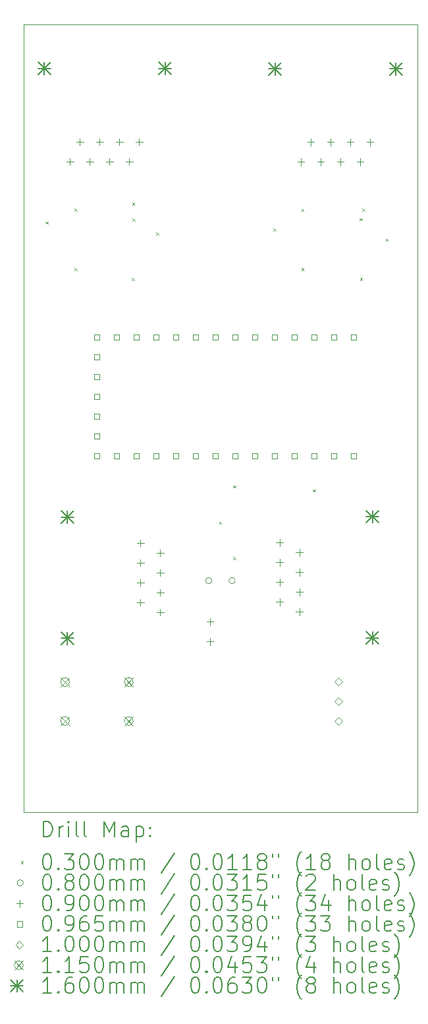
<source format=gbr>
%TF.GenerationSoftware,KiCad,Pcbnew,8.0.0*%
%TF.CreationDate,2025-01-14T11:15:27-06:00*%
%TF.ProjectId,LightControlBoard,4c696768-7443-46f6-9e74-726f6c426f61,rev?*%
%TF.SameCoordinates,Original*%
%TF.FileFunction,Drillmap*%
%TF.FilePolarity,Positive*%
%FSLAX45Y45*%
G04 Gerber Fmt 4.5, Leading zero omitted, Abs format (unit mm)*
G04 Created by KiCad (PCBNEW 8.0.0) date 2025-01-14 11:15:27*
%MOMM*%
%LPD*%
G01*
G04 APERTURE LIST*
%ADD10C,0.050000*%
%ADD11C,0.200000*%
%ADD12C,0.100000*%
%ADD13C,0.115000*%
%ADD14C,0.160000*%
G04 APERTURE END LIST*
D10*
X11093000Y-3288500D02*
X16160000Y-3288500D01*
X16160000Y-13399000D01*
X11093000Y-13399000D01*
X11093000Y-3288500D01*
D11*
D12*
X11378000Y-5819000D02*
X11408000Y-5849000D01*
X11408000Y-5819000D02*
X11378000Y-5849000D01*
X11748000Y-5653426D02*
X11778000Y-5683426D01*
X11778000Y-5653426D02*
X11748000Y-5683426D01*
X11749000Y-6415000D02*
X11779000Y-6445000D01*
X11779000Y-6415000D02*
X11749000Y-6445000D01*
X12488000Y-6543000D02*
X12518000Y-6573000D01*
X12518000Y-6543000D02*
X12488000Y-6573000D01*
X12491000Y-5575000D02*
X12521000Y-5605000D01*
X12521000Y-5575000D02*
X12491000Y-5605000D01*
X12493000Y-5781000D02*
X12523000Y-5811000D01*
X12523000Y-5781000D02*
X12493000Y-5811000D01*
X12799000Y-5958000D02*
X12829000Y-5988000D01*
X12829000Y-5958000D02*
X12799000Y-5988000D01*
X13608000Y-9669000D02*
X13638000Y-9699000D01*
X13638000Y-9669000D02*
X13608000Y-9699000D01*
X13790000Y-10124000D02*
X13820000Y-10154000D01*
X13820000Y-10124000D02*
X13790000Y-10154000D01*
X13790500Y-9204000D02*
X13820500Y-9234000D01*
X13820500Y-9204000D02*
X13790500Y-9234000D01*
X14309000Y-5909000D02*
X14339000Y-5939000D01*
X14339000Y-5909000D02*
X14309000Y-5939000D01*
X14665000Y-5656000D02*
X14695000Y-5686000D01*
X14695000Y-5656000D02*
X14665000Y-5686000D01*
X14667000Y-6416000D02*
X14697000Y-6446000D01*
X14697000Y-6416000D02*
X14667000Y-6446000D01*
X14815500Y-9256500D02*
X14845500Y-9286500D01*
X14845500Y-9256500D02*
X14815500Y-9286500D01*
X15418000Y-5778000D02*
X15448000Y-5808000D01*
X15448000Y-5778000D02*
X15418000Y-5808000D01*
X15420000Y-6543000D02*
X15450000Y-6573000D01*
X15450000Y-6543000D02*
X15420000Y-6573000D01*
X15448000Y-5654000D02*
X15478000Y-5684000D01*
X15478000Y-5654000D02*
X15448000Y-5684000D01*
X15751000Y-6037000D02*
X15781000Y-6067000D01*
X15781000Y-6037000D02*
X15751000Y-6067000D01*
X13515500Y-10425500D02*
G75*
G02*
X13435500Y-10425500I-40000J0D01*
G01*
X13435500Y-10425500D02*
G75*
G02*
X13515500Y-10425500I40000J0D01*
G01*
X13815500Y-10425500D02*
G75*
G02*
X13735500Y-10425500I-40000J0D01*
G01*
X13735500Y-10425500D02*
G75*
G02*
X13815500Y-10425500I40000J0D01*
G01*
X11692500Y-5004000D02*
X11692500Y-5094000D01*
X11647500Y-5049000D02*
X11737500Y-5049000D01*
X11819500Y-4750000D02*
X11819500Y-4840000D01*
X11774500Y-4795000D02*
X11864500Y-4795000D01*
X11946500Y-5004000D02*
X11946500Y-5094000D01*
X11901500Y-5049000D02*
X11991500Y-5049000D01*
X12073500Y-4750000D02*
X12073500Y-4840000D01*
X12028500Y-4795000D02*
X12118500Y-4795000D01*
X12200500Y-5004000D02*
X12200500Y-5094000D01*
X12155500Y-5049000D02*
X12245500Y-5049000D01*
X12327500Y-4750000D02*
X12327500Y-4840000D01*
X12282500Y-4795000D02*
X12372500Y-4795000D01*
X12454500Y-5004000D02*
X12454500Y-5094000D01*
X12409500Y-5049000D02*
X12499500Y-5049000D01*
X12581500Y-4750000D02*
X12581500Y-4840000D01*
X12536500Y-4795000D02*
X12626500Y-4795000D01*
X12598000Y-9898000D02*
X12598000Y-9988000D01*
X12553000Y-9943000D02*
X12643000Y-9943000D01*
X12598000Y-10152000D02*
X12598000Y-10242000D01*
X12553000Y-10197000D02*
X12643000Y-10197000D01*
X12598000Y-10406000D02*
X12598000Y-10496000D01*
X12553000Y-10451000D02*
X12643000Y-10451000D01*
X12598000Y-10660000D02*
X12598000Y-10750000D01*
X12553000Y-10705000D02*
X12643000Y-10705000D01*
X12852000Y-10025000D02*
X12852000Y-10115000D01*
X12807000Y-10070000D02*
X12897000Y-10070000D01*
X12852000Y-10279000D02*
X12852000Y-10369000D01*
X12807000Y-10324000D02*
X12897000Y-10324000D01*
X12852000Y-10533000D02*
X12852000Y-10623000D01*
X12807000Y-10578000D02*
X12897000Y-10578000D01*
X12852000Y-10787000D02*
X12852000Y-10877000D01*
X12807000Y-10832000D02*
X12897000Y-10832000D01*
X13493000Y-10909000D02*
X13493000Y-10999000D01*
X13448000Y-10954000D02*
X13538000Y-10954000D01*
X13493000Y-11163000D02*
X13493000Y-11253000D01*
X13448000Y-11208000D02*
X13538000Y-11208000D01*
X14388000Y-9893000D02*
X14388000Y-9983000D01*
X14343000Y-9938000D02*
X14433000Y-9938000D01*
X14388000Y-10147000D02*
X14388000Y-10237000D01*
X14343000Y-10192000D02*
X14433000Y-10192000D01*
X14388000Y-10401000D02*
X14388000Y-10491000D01*
X14343000Y-10446000D02*
X14433000Y-10446000D01*
X14388000Y-10655000D02*
X14388000Y-10745000D01*
X14343000Y-10700000D02*
X14433000Y-10700000D01*
X14642000Y-10020000D02*
X14642000Y-10110000D01*
X14597000Y-10065000D02*
X14687000Y-10065000D01*
X14642000Y-10274000D02*
X14642000Y-10364000D01*
X14597000Y-10319000D02*
X14687000Y-10319000D01*
X14642000Y-10528000D02*
X14642000Y-10618000D01*
X14597000Y-10573000D02*
X14687000Y-10573000D01*
X14642000Y-10782000D02*
X14642000Y-10872000D01*
X14597000Y-10827000D02*
X14687000Y-10827000D01*
X14661500Y-5008500D02*
X14661500Y-5098500D01*
X14616500Y-5053500D02*
X14706500Y-5053500D01*
X14788500Y-4754500D02*
X14788500Y-4844500D01*
X14743500Y-4799500D02*
X14833500Y-4799500D01*
X14915500Y-5008500D02*
X14915500Y-5098500D01*
X14870500Y-5053500D02*
X14960500Y-5053500D01*
X15042500Y-4754500D02*
X15042500Y-4844500D01*
X14997500Y-4799500D02*
X15087500Y-4799500D01*
X15169500Y-5008500D02*
X15169500Y-5098500D01*
X15124500Y-5053500D02*
X15214500Y-5053500D01*
X15296500Y-4754500D02*
X15296500Y-4844500D01*
X15251500Y-4799500D02*
X15341500Y-4799500D01*
X15423500Y-5008500D02*
X15423500Y-5098500D01*
X15378500Y-5053500D02*
X15468500Y-5053500D01*
X15550500Y-4754500D02*
X15550500Y-4844500D01*
X15505500Y-4799500D02*
X15595500Y-4799500D01*
X12073118Y-7338118D02*
X12073118Y-7269882D01*
X12004882Y-7269882D01*
X12004882Y-7338118D01*
X12073118Y-7338118D01*
X12073118Y-7592118D02*
X12073118Y-7523882D01*
X12004882Y-7523882D01*
X12004882Y-7592118D01*
X12073118Y-7592118D01*
X12073118Y-7846118D02*
X12073118Y-7777882D01*
X12004882Y-7777882D01*
X12004882Y-7846118D01*
X12073118Y-7846118D01*
X12073118Y-8100118D02*
X12073118Y-8031882D01*
X12004882Y-8031882D01*
X12004882Y-8100118D01*
X12073118Y-8100118D01*
X12073118Y-8354118D02*
X12073118Y-8285882D01*
X12004882Y-8285882D01*
X12004882Y-8354118D01*
X12073118Y-8354118D01*
X12073118Y-8608118D02*
X12073118Y-8539882D01*
X12004882Y-8539882D01*
X12004882Y-8608118D01*
X12073118Y-8608118D01*
X12073118Y-8862118D02*
X12073118Y-8793882D01*
X12004882Y-8793882D01*
X12004882Y-8862118D01*
X12073118Y-8862118D01*
X12327118Y-7338118D02*
X12327118Y-7269882D01*
X12258882Y-7269882D01*
X12258882Y-7338118D01*
X12327118Y-7338118D01*
X12327118Y-8862118D02*
X12327118Y-8793882D01*
X12258882Y-8793882D01*
X12258882Y-8862118D01*
X12327118Y-8862118D01*
X12581118Y-7338118D02*
X12581118Y-7269882D01*
X12512882Y-7269882D01*
X12512882Y-7338118D01*
X12581118Y-7338118D01*
X12581118Y-8862118D02*
X12581118Y-8793882D01*
X12512882Y-8793882D01*
X12512882Y-8862118D01*
X12581118Y-8862118D01*
X12835118Y-7338118D02*
X12835118Y-7269882D01*
X12766882Y-7269882D01*
X12766882Y-7338118D01*
X12835118Y-7338118D01*
X12835118Y-8862118D02*
X12835118Y-8793882D01*
X12766882Y-8793882D01*
X12766882Y-8862118D01*
X12835118Y-8862118D01*
X13089118Y-7338118D02*
X13089118Y-7269882D01*
X13020882Y-7269882D01*
X13020882Y-7338118D01*
X13089118Y-7338118D01*
X13089118Y-8862118D02*
X13089118Y-8793882D01*
X13020882Y-8793882D01*
X13020882Y-8862118D01*
X13089118Y-8862118D01*
X13343118Y-7338118D02*
X13343118Y-7269882D01*
X13274882Y-7269882D01*
X13274882Y-7338118D01*
X13343118Y-7338118D01*
X13343118Y-8862118D02*
X13343118Y-8793882D01*
X13274882Y-8793882D01*
X13274882Y-8862118D01*
X13343118Y-8862118D01*
X13597118Y-7338118D02*
X13597118Y-7269882D01*
X13528882Y-7269882D01*
X13528882Y-7338118D01*
X13597118Y-7338118D01*
X13597118Y-8862118D02*
X13597118Y-8793882D01*
X13528882Y-8793882D01*
X13528882Y-8862118D01*
X13597118Y-8862118D01*
X13851118Y-7338118D02*
X13851118Y-7269882D01*
X13782882Y-7269882D01*
X13782882Y-7338118D01*
X13851118Y-7338118D01*
X13851118Y-8862118D02*
X13851118Y-8793882D01*
X13782882Y-8793882D01*
X13782882Y-8862118D01*
X13851118Y-8862118D01*
X14105118Y-7338118D02*
X14105118Y-7269882D01*
X14036882Y-7269882D01*
X14036882Y-7338118D01*
X14105118Y-7338118D01*
X14105118Y-8862118D02*
X14105118Y-8793882D01*
X14036882Y-8793882D01*
X14036882Y-8862118D01*
X14105118Y-8862118D01*
X14359118Y-7338118D02*
X14359118Y-7269882D01*
X14290882Y-7269882D01*
X14290882Y-7338118D01*
X14359118Y-7338118D01*
X14359118Y-8862118D02*
X14359118Y-8793882D01*
X14290882Y-8793882D01*
X14290882Y-8862118D01*
X14359118Y-8862118D01*
X14613118Y-7338118D02*
X14613118Y-7269882D01*
X14544882Y-7269882D01*
X14544882Y-7338118D01*
X14613118Y-7338118D01*
X14613118Y-8862118D02*
X14613118Y-8793882D01*
X14544882Y-8793882D01*
X14544882Y-8862118D01*
X14613118Y-8862118D01*
X14867118Y-7338118D02*
X14867118Y-7269882D01*
X14798882Y-7269882D01*
X14798882Y-7338118D01*
X14867118Y-7338118D01*
X14867118Y-8862118D02*
X14867118Y-8793882D01*
X14798882Y-8793882D01*
X14798882Y-8862118D01*
X14867118Y-8862118D01*
X15121118Y-7338118D02*
X15121118Y-7269882D01*
X15052882Y-7269882D01*
X15052882Y-7338118D01*
X15121118Y-7338118D01*
X15121118Y-8862118D02*
X15121118Y-8793882D01*
X15052882Y-8793882D01*
X15052882Y-8862118D01*
X15121118Y-8862118D01*
X15375118Y-7338118D02*
X15375118Y-7269882D01*
X15306882Y-7269882D01*
X15306882Y-7338118D01*
X15375118Y-7338118D01*
X15375118Y-8862118D02*
X15375118Y-8793882D01*
X15306882Y-8793882D01*
X15306882Y-8862118D01*
X15375118Y-8862118D01*
X15143000Y-11772500D02*
X15193000Y-11722500D01*
X15143000Y-11672500D01*
X15093000Y-11722500D01*
X15143000Y-11772500D01*
X15143000Y-12026500D02*
X15193000Y-11976500D01*
X15143000Y-11926500D01*
X15093000Y-11976500D01*
X15143000Y-12026500D01*
X15143000Y-12280500D02*
X15193000Y-12230500D01*
X15143000Y-12180500D01*
X15093000Y-12230500D01*
X15143000Y-12280500D01*
D13*
X11570500Y-11670500D02*
X11685500Y-11785500D01*
X11685500Y-11670500D02*
X11570500Y-11785500D01*
X11685500Y-11728000D02*
G75*
G02*
X11570500Y-11728000I-57500J0D01*
G01*
X11570500Y-11728000D02*
G75*
G02*
X11685500Y-11728000I57500J0D01*
G01*
X11570500Y-12170500D02*
X11685500Y-12285500D01*
X11685500Y-12170500D02*
X11570500Y-12285500D01*
X11685500Y-12228000D02*
G75*
G02*
X11570500Y-12228000I-57500J0D01*
G01*
X11570500Y-12228000D02*
G75*
G02*
X11685500Y-12228000I57500J0D01*
G01*
X12390500Y-11670500D02*
X12505500Y-11785500D01*
X12505500Y-11670500D02*
X12390500Y-11785500D01*
X12505500Y-11728000D02*
G75*
G02*
X12390500Y-11728000I-57500J0D01*
G01*
X12390500Y-11728000D02*
G75*
G02*
X12505500Y-11728000I57500J0D01*
G01*
X12390500Y-12170500D02*
X12505500Y-12285500D01*
X12505500Y-12170500D02*
X12390500Y-12285500D01*
X12505500Y-12228000D02*
G75*
G02*
X12390500Y-12228000I-57500J0D01*
G01*
X12390500Y-12228000D02*
G75*
G02*
X12505500Y-12228000I57500J0D01*
G01*
D14*
X11280000Y-3775000D02*
X11440000Y-3935000D01*
X11440000Y-3775000D02*
X11280000Y-3935000D01*
X11360000Y-3775000D02*
X11360000Y-3935000D01*
X11280000Y-3855000D02*
X11440000Y-3855000D01*
X11578000Y-9530500D02*
X11738000Y-9690500D01*
X11738000Y-9530500D02*
X11578000Y-9690500D01*
X11658000Y-9530500D02*
X11658000Y-9690500D01*
X11578000Y-9610500D02*
X11738000Y-9610500D01*
X11578000Y-11084500D02*
X11738000Y-11244500D01*
X11738000Y-11084500D02*
X11578000Y-11244500D01*
X11658000Y-11084500D02*
X11658000Y-11244500D01*
X11578000Y-11164500D02*
X11738000Y-11164500D01*
X12834000Y-3775000D02*
X12994000Y-3935000D01*
X12994000Y-3775000D02*
X12834000Y-3935000D01*
X12914000Y-3775000D02*
X12914000Y-3935000D01*
X12834000Y-3855000D02*
X12994000Y-3855000D01*
X14249000Y-3779500D02*
X14409000Y-3939500D01*
X14409000Y-3779500D02*
X14249000Y-3939500D01*
X14329000Y-3779500D02*
X14329000Y-3939500D01*
X14249000Y-3859500D02*
X14409000Y-3859500D01*
X15502000Y-9525500D02*
X15662000Y-9685500D01*
X15662000Y-9525500D02*
X15502000Y-9685500D01*
X15582000Y-9525500D02*
X15582000Y-9685500D01*
X15502000Y-9605500D02*
X15662000Y-9605500D01*
X15502000Y-11079500D02*
X15662000Y-11239500D01*
X15662000Y-11079500D02*
X15502000Y-11239500D01*
X15582000Y-11079500D02*
X15582000Y-11239500D01*
X15502000Y-11159500D02*
X15662000Y-11159500D01*
X15803000Y-3779500D02*
X15963000Y-3939500D01*
X15963000Y-3779500D02*
X15803000Y-3939500D01*
X15883000Y-3779500D02*
X15883000Y-3939500D01*
X15803000Y-3859500D02*
X15963000Y-3859500D01*
D11*
X11351277Y-13712984D02*
X11351277Y-13512984D01*
X11351277Y-13512984D02*
X11398896Y-13512984D01*
X11398896Y-13512984D02*
X11427467Y-13522508D01*
X11427467Y-13522508D02*
X11446515Y-13541555D01*
X11446515Y-13541555D02*
X11456039Y-13560603D01*
X11456039Y-13560603D02*
X11465562Y-13598698D01*
X11465562Y-13598698D02*
X11465562Y-13627269D01*
X11465562Y-13627269D02*
X11456039Y-13665365D01*
X11456039Y-13665365D02*
X11446515Y-13684412D01*
X11446515Y-13684412D02*
X11427467Y-13703460D01*
X11427467Y-13703460D02*
X11398896Y-13712984D01*
X11398896Y-13712984D02*
X11351277Y-13712984D01*
X11551277Y-13712984D02*
X11551277Y-13579650D01*
X11551277Y-13617746D02*
X11560801Y-13598698D01*
X11560801Y-13598698D02*
X11570324Y-13589174D01*
X11570324Y-13589174D02*
X11589372Y-13579650D01*
X11589372Y-13579650D02*
X11608420Y-13579650D01*
X11675086Y-13712984D02*
X11675086Y-13579650D01*
X11675086Y-13512984D02*
X11665562Y-13522508D01*
X11665562Y-13522508D02*
X11675086Y-13532031D01*
X11675086Y-13532031D02*
X11684610Y-13522508D01*
X11684610Y-13522508D02*
X11675086Y-13512984D01*
X11675086Y-13512984D02*
X11675086Y-13532031D01*
X11798896Y-13712984D02*
X11779848Y-13703460D01*
X11779848Y-13703460D02*
X11770324Y-13684412D01*
X11770324Y-13684412D02*
X11770324Y-13512984D01*
X11903658Y-13712984D02*
X11884610Y-13703460D01*
X11884610Y-13703460D02*
X11875086Y-13684412D01*
X11875086Y-13684412D02*
X11875086Y-13512984D01*
X12132229Y-13712984D02*
X12132229Y-13512984D01*
X12132229Y-13512984D02*
X12198896Y-13655841D01*
X12198896Y-13655841D02*
X12265562Y-13512984D01*
X12265562Y-13512984D02*
X12265562Y-13712984D01*
X12446515Y-13712984D02*
X12446515Y-13608222D01*
X12446515Y-13608222D02*
X12436991Y-13589174D01*
X12436991Y-13589174D02*
X12417943Y-13579650D01*
X12417943Y-13579650D02*
X12379848Y-13579650D01*
X12379848Y-13579650D02*
X12360801Y-13589174D01*
X12446515Y-13703460D02*
X12427467Y-13712984D01*
X12427467Y-13712984D02*
X12379848Y-13712984D01*
X12379848Y-13712984D02*
X12360801Y-13703460D01*
X12360801Y-13703460D02*
X12351277Y-13684412D01*
X12351277Y-13684412D02*
X12351277Y-13665365D01*
X12351277Y-13665365D02*
X12360801Y-13646317D01*
X12360801Y-13646317D02*
X12379848Y-13636793D01*
X12379848Y-13636793D02*
X12427467Y-13636793D01*
X12427467Y-13636793D02*
X12446515Y-13627269D01*
X12541753Y-13579650D02*
X12541753Y-13779650D01*
X12541753Y-13589174D02*
X12560801Y-13579650D01*
X12560801Y-13579650D02*
X12598896Y-13579650D01*
X12598896Y-13579650D02*
X12617943Y-13589174D01*
X12617943Y-13589174D02*
X12627467Y-13598698D01*
X12627467Y-13598698D02*
X12636991Y-13617746D01*
X12636991Y-13617746D02*
X12636991Y-13674888D01*
X12636991Y-13674888D02*
X12627467Y-13693936D01*
X12627467Y-13693936D02*
X12617943Y-13703460D01*
X12617943Y-13703460D02*
X12598896Y-13712984D01*
X12598896Y-13712984D02*
X12560801Y-13712984D01*
X12560801Y-13712984D02*
X12541753Y-13703460D01*
X12722705Y-13693936D02*
X12732229Y-13703460D01*
X12732229Y-13703460D02*
X12722705Y-13712984D01*
X12722705Y-13712984D02*
X12713182Y-13703460D01*
X12713182Y-13703460D02*
X12722705Y-13693936D01*
X12722705Y-13693936D02*
X12722705Y-13712984D01*
X12722705Y-13589174D02*
X12732229Y-13598698D01*
X12732229Y-13598698D02*
X12722705Y-13608222D01*
X12722705Y-13608222D02*
X12713182Y-13598698D01*
X12713182Y-13598698D02*
X12722705Y-13589174D01*
X12722705Y-13589174D02*
X12722705Y-13608222D01*
D12*
X11060500Y-14026500D02*
X11090500Y-14056500D01*
X11090500Y-14026500D02*
X11060500Y-14056500D01*
D11*
X11389372Y-13932984D02*
X11408420Y-13932984D01*
X11408420Y-13932984D02*
X11427467Y-13942508D01*
X11427467Y-13942508D02*
X11436991Y-13952031D01*
X11436991Y-13952031D02*
X11446515Y-13971079D01*
X11446515Y-13971079D02*
X11456039Y-14009174D01*
X11456039Y-14009174D02*
X11456039Y-14056793D01*
X11456039Y-14056793D02*
X11446515Y-14094888D01*
X11446515Y-14094888D02*
X11436991Y-14113936D01*
X11436991Y-14113936D02*
X11427467Y-14123460D01*
X11427467Y-14123460D02*
X11408420Y-14132984D01*
X11408420Y-14132984D02*
X11389372Y-14132984D01*
X11389372Y-14132984D02*
X11370324Y-14123460D01*
X11370324Y-14123460D02*
X11360801Y-14113936D01*
X11360801Y-14113936D02*
X11351277Y-14094888D01*
X11351277Y-14094888D02*
X11341753Y-14056793D01*
X11341753Y-14056793D02*
X11341753Y-14009174D01*
X11341753Y-14009174D02*
X11351277Y-13971079D01*
X11351277Y-13971079D02*
X11360801Y-13952031D01*
X11360801Y-13952031D02*
X11370324Y-13942508D01*
X11370324Y-13942508D02*
X11389372Y-13932984D01*
X11541753Y-14113936D02*
X11551277Y-14123460D01*
X11551277Y-14123460D02*
X11541753Y-14132984D01*
X11541753Y-14132984D02*
X11532229Y-14123460D01*
X11532229Y-14123460D02*
X11541753Y-14113936D01*
X11541753Y-14113936D02*
X11541753Y-14132984D01*
X11617943Y-13932984D02*
X11741753Y-13932984D01*
X11741753Y-13932984D02*
X11675086Y-14009174D01*
X11675086Y-14009174D02*
X11703658Y-14009174D01*
X11703658Y-14009174D02*
X11722705Y-14018698D01*
X11722705Y-14018698D02*
X11732229Y-14028222D01*
X11732229Y-14028222D02*
X11741753Y-14047269D01*
X11741753Y-14047269D02*
X11741753Y-14094888D01*
X11741753Y-14094888D02*
X11732229Y-14113936D01*
X11732229Y-14113936D02*
X11722705Y-14123460D01*
X11722705Y-14123460D02*
X11703658Y-14132984D01*
X11703658Y-14132984D02*
X11646515Y-14132984D01*
X11646515Y-14132984D02*
X11627467Y-14123460D01*
X11627467Y-14123460D02*
X11617943Y-14113936D01*
X11865562Y-13932984D02*
X11884610Y-13932984D01*
X11884610Y-13932984D02*
X11903658Y-13942508D01*
X11903658Y-13942508D02*
X11913182Y-13952031D01*
X11913182Y-13952031D02*
X11922705Y-13971079D01*
X11922705Y-13971079D02*
X11932229Y-14009174D01*
X11932229Y-14009174D02*
X11932229Y-14056793D01*
X11932229Y-14056793D02*
X11922705Y-14094888D01*
X11922705Y-14094888D02*
X11913182Y-14113936D01*
X11913182Y-14113936D02*
X11903658Y-14123460D01*
X11903658Y-14123460D02*
X11884610Y-14132984D01*
X11884610Y-14132984D02*
X11865562Y-14132984D01*
X11865562Y-14132984D02*
X11846515Y-14123460D01*
X11846515Y-14123460D02*
X11836991Y-14113936D01*
X11836991Y-14113936D02*
X11827467Y-14094888D01*
X11827467Y-14094888D02*
X11817943Y-14056793D01*
X11817943Y-14056793D02*
X11817943Y-14009174D01*
X11817943Y-14009174D02*
X11827467Y-13971079D01*
X11827467Y-13971079D02*
X11836991Y-13952031D01*
X11836991Y-13952031D02*
X11846515Y-13942508D01*
X11846515Y-13942508D02*
X11865562Y-13932984D01*
X12056039Y-13932984D02*
X12075086Y-13932984D01*
X12075086Y-13932984D02*
X12094134Y-13942508D01*
X12094134Y-13942508D02*
X12103658Y-13952031D01*
X12103658Y-13952031D02*
X12113182Y-13971079D01*
X12113182Y-13971079D02*
X12122705Y-14009174D01*
X12122705Y-14009174D02*
X12122705Y-14056793D01*
X12122705Y-14056793D02*
X12113182Y-14094888D01*
X12113182Y-14094888D02*
X12103658Y-14113936D01*
X12103658Y-14113936D02*
X12094134Y-14123460D01*
X12094134Y-14123460D02*
X12075086Y-14132984D01*
X12075086Y-14132984D02*
X12056039Y-14132984D01*
X12056039Y-14132984D02*
X12036991Y-14123460D01*
X12036991Y-14123460D02*
X12027467Y-14113936D01*
X12027467Y-14113936D02*
X12017943Y-14094888D01*
X12017943Y-14094888D02*
X12008420Y-14056793D01*
X12008420Y-14056793D02*
X12008420Y-14009174D01*
X12008420Y-14009174D02*
X12017943Y-13971079D01*
X12017943Y-13971079D02*
X12027467Y-13952031D01*
X12027467Y-13952031D02*
X12036991Y-13942508D01*
X12036991Y-13942508D02*
X12056039Y-13932984D01*
X12208420Y-14132984D02*
X12208420Y-13999650D01*
X12208420Y-14018698D02*
X12217943Y-14009174D01*
X12217943Y-14009174D02*
X12236991Y-13999650D01*
X12236991Y-13999650D02*
X12265563Y-13999650D01*
X12265563Y-13999650D02*
X12284610Y-14009174D01*
X12284610Y-14009174D02*
X12294134Y-14028222D01*
X12294134Y-14028222D02*
X12294134Y-14132984D01*
X12294134Y-14028222D02*
X12303658Y-14009174D01*
X12303658Y-14009174D02*
X12322705Y-13999650D01*
X12322705Y-13999650D02*
X12351277Y-13999650D01*
X12351277Y-13999650D02*
X12370324Y-14009174D01*
X12370324Y-14009174D02*
X12379848Y-14028222D01*
X12379848Y-14028222D02*
X12379848Y-14132984D01*
X12475086Y-14132984D02*
X12475086Y-13999650D01*
X12475086Y-14018698D02*
X12484610Y-14009174D01*
X12484610Y-14009174D02*
X12503658Y-13999650D01*
X12503658Y-13999650D02*
X12532229Y-13999650D01*
X12532229Y-13999650D02*
X12551277Y-14009174D01*
X12551277Y-14009174D02*
X12560801Y-14028222D01*
X12560801Y-14028222D02*
X12560801Y-14132984D01*
X12560801Y-14028222D02*
X12570324Y-14009174D01*
X12570324Y-14009174D02*
X12589372Y-13999650D01*
X12589372Y-13999650D02*
X12617943Y-13999650D01*
X12617943Y-13999650D02*
X12636991Y-14009174D01*
X12636991Y-14009174D02*
X12646515Y-14028222D01*
X12646515Y-14028222D02*
X12646515Y-14132984D01*
X13036991Y-13923460D02*
X12865563Y-14180603D01*
X13294134Y-13932984D02*
X13313182Y-13932984D01*
X13313182Y-13932984D02*
X13332229Y-13942508D01*
X13332229Y-13942508D02*
X13341753Y-13952031D01*
X13341753Y-13952031D02*
X13351277Y-13971079D01*
X13351277Y-13971079D02*
X13360801Y-14009174D01*
X13360801Y-14009174D02*
X13360801Y-14056793D01*
X13360801Y-14056793D02*
X13351277Y-14094888D01*
X13351277Y-14094888D02*
X13341753Y-14113936D01*
X13341753Y-14113936D02*
X13332229Y-14123460D01*
X13332229Y-14123460D02*
X13313182Y-14132984D01*
X13313182Y-14132984D02*
X13294134Y-14132984D01*
X13294134Y-14132984D02*
X13275086Y-14123460D01*
X13275086Y-14123460D02*
X13265563Y-14113936D01*
X13265563Y-14113936D02*
X13256039Y-14094888D01*
X13256039Y-14094888D02*
X13246515Y-14056793D01*
X13246515Y-14056793D02*
X13246515Y-14009174D01*
X13246515Y-14009174D02*
X13256039Y-13971079D01*
X13256039Y-13971079D02*
X13265563Y-13952031D01*
X13265563Y-13952031D02*
X13275086Y-13942508D01*
X13275086Y-13942508D02*
X13294134Y-13932984D01*
X13446515Y-14113936D02*
X13456039Y-14123460D01*
X13456039Y-14123460D02*
X13446515Y-14132984D01*
X13446515Y-14132984D02*
X13436991Y-14123460D01*
X13436991Y-14123460D02*
X13446515Y-14113936D01*
X13446515Y-14113936D02*
X13446515Y-14132984D01*
X13579848Y-13932984D02*
X13598896Y-13932984D01*
X13598896Y-13932984D02*
X13617944Y-13942508D01*
X13617944Y-13942508D02*
X13627467Y-13952031D01*
X13627467Y-13952031D02*
X13636991Y-13971079D01*
X13636991Y-13971079D02*
X13646515Y-14009174D01*
X13646515Y-14009174D02*
X13646515Y-14056793D01*
X13646515Y-14056793D02*
X13636991Y-14094888D01*
X13636991Y-14094888D02*
X13627467Y-14113936D01*
X13627467Y-14113936D02*
X13617944Y-14123460D01*
X13617944Y-14123460D02*
X13598896Y-14132984D01*
X13598896Y-14132984D02*
X13579848Y-14132984D01*
X13579848Y-14132984D02*
X13560801Y-14123460D01*
X13560801Y-14123460D02*
X13551277Y-14113936D01*
X13551277Y-14113936D02*
X13541753Y-14094888D01*
X13541753Y-14094888D02*
X13532229Y-14056793D01*
X13532229Y-14056793D02*
X13532229Y-14009174D01*
X13532229Y-14009174D02*
X13541753Y-13971079D01*
X13541753Y-13971079D02*
X13551277Y-13952031D01*
X13551277Y-13952031D02*
X13560801Y-13942508D01*
X13560801Y-13942508D02*
X13579848Y-13932984D01*
X13836991Y-14132984D02*
X13722706Y-14132984D01*
X13779848Y-14132984D02*
X13779848Y-13932984D01*
X13779848Y-13932984D02*
X13760801Y-13961555D01*
X13760801Y-13961555D02*
X13741753Y-13980603D01*
X13741753Y-13980603D02*
X13722706Y-13990127D01*
X14027467Y-14132984D02*
X13913182Y-14132984D01*
X13970325Y-14132984D02*
X13970325Y-13932984D01*
X13970325Y-13932984D02*
X13951277Y-13961555D01*
X13951277Y-13961555D02*
X13932229Y-13980603D01*
X13932229Y-13980603D02*
X13913182Y-13990127D01*
X14141753Y-14018698D02*
X14122706Y-14009174D01*
X14122706Y-14009174D02*
X14113182Y-13999650D01*
X14113182Y-13999650D02*
X14103658Y-13980603D01*
X14103658Y-13980603D02*
X14103658Y-13971079D01*
X14103658Y-13971079D02*
X14113182Y-13952031D01*
X14113182Y-13952031D02*
X14122706Y-13942508D01*
X14122706Y-13942508D02*
X14141753Y-13932984D01*
X14141753Y-13932984D02*
X14179848Y-13932984D01*
X14179848Y-13932984D02*
X14198896Y-13942508D01*
X14198896Y-13942508D02*
X14208420Y-13952031D01*
X14208420Y-13952031D02*
X14217944Y-13971079D01*
X14217944Y-13971079D02*
X14217944Y-13980603D01*
X14217944Y-13980603D02*
X14208420Y-13999650D01*
X14208420Y-13999650D02*
X14198896Y-14009174D01*
X14198896Y-14009174D02*
X14179848Y-14018698D01*
X14179848Y-14018698D02*
X14141753Y-14018698D01*
X14141753Y-14018698D02*
X14122706Y-14028222D01*
X14122706Y-14028222D02*
X14113182Y-14037746D01*
X14113182Y-14037746D02*
X14103658Y-14056793D01*
X14103658Y-14056793D02*
X14103658Y-14094888D01*
X14103658Y-14094888D02*
X14113182Y-14113936D01*
X14113182Y-14113936D02*
X14122706Y-14123460D01*
X14122706Y-14123460D02*
X14141753Y-14132984D01*
X14141753Y-14132984D02*
X14179848Y-14132984D01*
X14179848Y-14132984D02*
X14198896Y-14123460D01*
X14198896Y-14123460D02*
X14208420Y-14113936D01*
X14208420Y-14113936D02*
X14217944Y-14094888D01*
X14217944Y-14094888D02*
X14217944Y-14056793D01*
X14217944Y-14056793D02*
X14208420Y-14037746D01*
X14208420Y-14037746D02*
X14198896Y-14028222D01*
X14198896Y-14028222D02*
X14179848Y-14018698D01*
X14294134Y-13932984D02*
X14294134Y-13971079D01*
X14370325Y-13932984D02*
X14370325Y-13971079D01*
X14665563Y-14209174D02*
X14656039Y-14199650D01*
X14656039Y-14199650D02*
X14636991Y-14171079D01*
X14636991Y-14171079D02*
X14627468Y-14152031D01*
X14627468Y-14152031D02*
X14617944Y-14123460D01*
X14617944Y-14123460D02*
X14608420Y-14075841D01*
X14608420Y-14075841D02*
X14608420Y-14037746D01*
X14608420Y-14037746D02*
X14617944Y-13990127D01*
X14617944Y-13990127D02*
X14627468Y-13961555D01*
X14627468Y-13961555D02*
X14636991Y-13942508D01*
X14636991Y-13942508D02*
X14656039Y-13913936D01*
X14656039Y-13913936D02*
X14665563Y-13904412D01*
X14846515Y-14132984D02*
X14732229Y-14132984D01*
X14789372Y-14132984D02*
X14789372Y-13932984D01*
X14789372Y-13932984D02*
X14770325Y-13961555D01*
X14770325Y-13961555D02*
X14751277Y-13980603D01*
X14751277Y-13980603D02*
X14732229Y-13990127D01*
X14960801Y-14018698D02*
X14941753Y-14009174D01*
X14941753Y-14009174D02*
X14932229Y-13999650D01*
X14932229Y-13999650D02*
X14922706Y-13980603D01*
X14922706Y-13980603D02*
X14922706Y-13971079D01*
X14922706Y-13971079D02*
X14932229Y-13952031D01*
X14932229Y-13952031D02*
X14941753Y-13942508D01*
X14941753Y-13942508D02*
X14960801Y-13932984D01*
X14960801Y-13932984D02*
X14998896Y-13932984D01*
X14998896Y-13932984D02*
X15017944Y-13942508D01*
X15017944Y-13942508D02*
X15027468Y-13952031D01*
X15027468Y-13952031D02*
X15036991Y-13971079D01*
X15036991Y-13971079D02*
X15036991Y-13980603D01*
X15036991Y-13980603D02*
X15027468Y-13999650D01*
X15027468Y-13999650D02*
X15017944Y-14009174D01*
X15017944Y-14009174D02*
X14998896Y-14018698D01*
X14998896Y-14018698D02*
X14960801Y-14018698D01*
X14960801Y-14018698D02*
X14941753Y-14028222D01*
X14941753Y-14028222D02*
X14932229Y-14037746D01*
X14932229Y-14037746D02*
X14922706Y-14056793D01*
X14922706Y-14056793D02*
X14922706Y-14094888D01*
X14922706Y-14094888D02*
X14932229Y-14113936D01*
X14932229Y-14113936D02*
X14941753Y-14123460D01*
X14941753Y-14123460D02*
X14960801Y-14132984D01*
X14960801Y-14132984D02*
X14998896Y-14132984D01*
X14998896Y-14132984D02*
X15017944Y-14123460D01*
X15017944Y-14123460D02*
X15027468Y-14113936D01*
X15027468Y-14113936D02*
X15036991Y-14094888D01*
X15036991Y-14094888D02*
X15036991Y-14056793D01*
X15036991Y-14056793D02*
X15027468Y-14037746D01*
X15027468Y-14037746D02*
X15017944Y-14028222D01*
X15017944Y-14028222D02*
X14998896Y-14018698D01*
X15275087Y-14132984D02*
X15275087Y-13932984D01*
X15360801Y-14132984D02*
X15360801Y-14028222D01*
X15360801Y-14028222D02*
X15351277Y-14009174D01*
X15351277Y-14009174D02*
X15332230Y-13999650D01*
X15332230Y-13999650D02*
X15303658Y-13999650D01*
X15303658Y-13999650D02*
X15284610Y-14009174D01*
X15284610Y-14009174D02*
X15275087Y-14018698D01*
X15484610Y-14132984D02*
X15465563Y-14123460D01*
X15465563Y-14123460D02*
X15456039Y-14113936D01*
X15456039Y-14113936D02*
X15446515Y-14094888D01*
X15446515Y-14094888D02*
X15446515Y-14037746D01*
X15446515Y-14037746D02*
X15456039Y-14018698D01*
X15456039Y-14018698D02*
X15465563Y-14009174D01*
X15465563Y-14009174D02*
X15484610Y-13999650D01*
X15484610Y-13999650D02*
X15513182Y-13999650D01*
X15513182Y-13999650D02*
X15532230Y-14009174D01*
X15532230Y-14009174D02*
X15541753Y-14018698D01*
X15541753Y-14018698D02*
X15551277Y-14037746D01*
X15551277Y-14037746D02*
X15551277Y-14094888D01*
X15551277Y-14094888D02*
X15541753Y-14113936D01*
X15541753Y-14113936D02*
X15532230Y-14123460D01*
X15532230Y-14123460D02*
X15513182Y-14132984D01*
X15513182Y-14132984D02*
X15484610Y-14132984D01*
X15665563Y-14132984D02*
X15646515Y-14123460D01*
X15646515Y-14123460D02*
X15636991Y-14104412D01*
X15636991Y-14104412D02*
X15636991Y-13932984D01*
X15817944Y-14123460D02*
X15798896Y-14132984D01*
X15798896Y-14132984D02*
X15760801Y-14132984D01*
X15760801Y-14132984D02*
X15741753Y-14123460D01*
X15741753Y-14123460D02*
X15732230Y-14104412D01*
X15732230Y-14104412D02*
X15732230Y-14028222D01*
X15732230Y-14028222D02*
X15741753Y-14009174D01*
X15741753Y-14009174D02*
X15760801Y-13999650D01*
X15760801Y-13999650D02*
X15798896Y-13999650D01*
X15798896Y-13999650D02*
X15817944Y-14009174D01*
X15817944Y-14009174D02*
X15827468Y-14028222D01*
X15827468Y-14028222D02*
X15827468Y-14047269D01*
X15827468Y-14047269D02*
X15732230Y-14066317D01*
X15903658Y-14123460D02*
X15922706Y-14132984D01*
X15922706Y-14132984D02*
X15960801Y-14132984D01*
X15960801Y-14132984D02*
X15979849Y-14123460D01*
X15979849Y-14123460D02*
X15989372Y-14104412D01*
X15989372Y-14104412D02*
X15989372Y-14094888D01*
X15989372Y-14094888D02*
X15979849Y-14075841D01*
X15979849Y-14075841D02*
X15960801Y-14066317D01*
X15960801Y-14066317D02*
X15932230Y-14066317D01*
X15932230Y-14066317D02*
X15913182Y-14056793D01*
X15913182Y-14056793D02*
X15903658Y-14037746D01*
X15903658Y-14037746D02*
X15903658Y-14028222D01*
X15903658Y-14028222D02*
X15913182Y-14009174D01*
X15913182Y-14009174D02*
X15932230Y-13999650D01*
X15932230Y-13999650D02*
X15960801Y-13999650D01*
X15960801Y-13999650D02*
X15979849Y-14009174D01*
X16056039Y-14209174D02*
X16065563Y-14199650D01*
X16065563Y-14199650D02*
X16084611Y-14171079D01*
X16084611Y-14171079D02*
X16094134Y-14152031D01*
X16094134Y-14152031D02*
X16103658Y-14123460D01*
X16103658Y-14123460D02*
X16113182Y-14075841D01*
X16113182Y-14075841D02*
X16113182Y-14037746D01*
X16113182Y-14037746D02*
X16103658Y-13990127D01*
X16103658Y-13990127D02*
X16094134Y-13961555D01*
X16094134Y-13961555D02*
X16084611Y-13942508D01*
X16084611Y-13942508D02*
X16065563Y-13913936D01*
X16065563Y-13913936D02*
X16056039Y-13904412D01*
D12*
X11090500Y-14305500D02*
G75*
G02*
X11010500Y-14305500I-40000J0D01*
G01*
X11010500Y-14305500D02*
G75*
G02*
X11090500Y-14305500I40000J0D01*
G01*
D11*
X11389372Y-14196984D02*
X11408420Y-14196984D01*
X11408420Y-14196984D02*
X11427467Y-14206508D01*
X11427467Y-14206508D02*
X11436991Y-14216031D01*
X11436991Y-14216031D02*
X11446515Y-14235079D01*
X11446515Y-14235079D02*
X11456039Y-14273174D01*
X11456039Y-14273174D02*
X11456039Y-14320793D01*
X11456039Y-14320793D02*
X11446515Y-14358888D01*
X11446515Y-14358888D02*
X11436991Y-14377936D01*
X11436991Y-14377936D02*
X11427467Y-14387460D01*
X11427467Y-14387460D02*
X11408420Y-14396984D01*
X11408420Y-14396984D02*
X11389372Y-14396984D01*
X11389372Y-14396984D02*
X11370324Y-14387460D01*
X11370324Y-14387460D02*
X11360801Y-14377936D01*
X11360801Y-14377936D02*
X11351277Y-14358888D01*
X11351277Y-14358888D02*
X11341753Y-14320793D01*
X11341753Y-14320793D02*
X11341753Y-14273174D01*
X11341753Y-14273174D02*
X11351277Y-14235079D01*
X11351277Y-14235079D02*
X11360801Y-14216031D01*
X11360801Y-14216031D02*
X11370324Y-14206508D01*
X11370324Y-14206508D02*
X11389372Y-14196984D01*
X11541753Y-14377936D02*
X11551277Y-14387460D01*
X11551277Y-14387460D02*
X11541753Y-14396984D01*
X11541753Y-14396984D02*
X11532229Y-14387460D01*
X11532229Y-14387460D02*
X11541753Y-14377936D01*
X11541753Y-14377936D02*
X11541753Y-14396984D01*
X11665562Y-14282698D02*
X11646515Y-14273174D01*
X11646515Y-14273174D02*
X11636991Y-14263650D01*
X11636991Y-14263650D02*
X11627467Y-14244603D01*
X11627467Y-14244603D02*
X11627467Y-14235079D01*
X11627467Y-14235079D02*
X11636991Y-14216031D01*
X11636991Y-14216031D02*
X11646515Y-14206508D01*
X11646515Y-14206508D02*
X11665562Y-14196984D01*
X11665562Y-14196984D02*
X11703658Y-14196984D01*
X11703658Y-14196984D02*
X11722705Y-14206508D01*
X11722705Y-14206508D02*
X11732229Y-14216031D01*
X11732229Y-14216031D02*
X11741753Y-14235079D01*
X11741753Y-14235079D02*
X11741753Y-14244603D01*
X11741753Y-14244603D02*
X11732229Y-14263650D01*
X11732229Y-14263650D02*
X11722705Y-14273174D01*
X11722705Y-14273174D02*
X11703658Y-14282698D01*
X11703658Y-14282698D02*
X11665562Y-14282698D01*
X11665562Y-14282698D02*
X11646515Y-14292222D01*
X11646515Y-14292222D02*
X11636991Y-14301746D01*
X11636991Y-14301746D02*
X11627467Y-14320793D01*
X11627467Y-14320793D02*
X11627467Y-14358888D01*
X11627467Y-14358888D02*
X11636991Y-14377936D01*
X11636991Y-14377936D02*
X11646515Y-14387460D01*
X11646515Y-14387460D02*
X11665562Y-14396984D01*
X11665562Y-14396984D02*
X11703658Y-14396984D01*
X11703658Y-14396984D02*
X11722705Y-14387460D01*
X11722705Y-14387460D02*
X11732229Y-14377936D01*
X11732229Y-14377936D02*
X11741753Y-14358888D01*
X11741753Y-14358888D02*
X11741753Y-14320793D01*
X11741753Y-14320793D02*
X11732229Y-14301746D01*
X11732229Y-14301746D02*
X11722705Y-14292222D01*
X11722705Y-14292222D02*
X11703658Y-14282698D01*
X11865562Y-14196984D02*
X11884610Y-14196984D01*
X11884610Y-14196984D02*
X11903658Y-14206508D01*
X11903658Y-14206508D02*
X11913182Y-14216031D01*
X11913182Y-14216031D02*
X11922705Y-14235079D01*
X11922705Y-14235079D02*
X11932229Y-14273174D01*
X11932229Y-14273174D02*
X11932229Y-14320793D01*
X11932229Y-14320793D02*
X11922705Y-14358888D01*
X11922705Y-14358888D02*
X11913182Y-14377936D01*
X11913182Y-14377936D02*
X11903658Y-14387460D01*
X11903658Y-14387460D02*
X11884610Y-14396984D01*
X11884610Y-14396984D02*
X11865562Y-14396984D01*
X11865562Y-14396984D02*
X11846515Y-14387460D01*
X11846515Y-14387460D02*
X11836991Y-14377936D01*
X11836991Y-14377936D02*
X11827467Y-14358888D01*
X11827467Y-14358888D02*
X11817943Y-14320793D01*
X11817943Y-14320793D02*
X11817943Y-14273174D01*
X11817943Y-14273174D02*
X11827467Y-14235079D01*
X11827467Y-14235079D02*
X11836991Y-14216031D01*
X11836991Y-14216031D02*
X11846515Y-14206508D01*
X11846515Y-14206508D02*
X11865562Y-14196984D01*
X12056039Y-14196984D02*
X12075086Y-14196984D01*
X12075086Y-14196984D02*
X12094134Y-14206508D01*
X12094134Y-14206508D02*
X12103658Y-14216031D01*
X12103658Y-14216031D02*
X12113182Y-14235079D01*
X12113182Y-14235079D02*
X12122705Y-14273174D01*
X12122705Y-14273174D02*
X12122705Y-14320793D01*
X12122705Y-14320793D02*
X12113182Y-14358888D01*
X12113182Y-14358888D02*
X12103658Y-14377936D01*
X12103658Y-14377936D02*
X12094134Y-14387460D01*
X12094134Y-14387460D02*
X12075086Y-14396984D01*
X12075086Y-14396984D02*
X12056039Y-14396984D01*
X12056039Y-14396984D02*
X12036991Y-14387460D01*
X12036991Y-14387460D02*
X12027467Y-14377936D01*
X12027467Y-14377936D02*
X12017943Y-14358888D01*
X12017943Y-14358888D02*
X12008420Y-14320793D01*
X12008420Y-14320793D02*
X12008420Y-14273174D01*
X12008420Y-14273174D02*
X12017943Y-14235079D01*
X12017943Y-14235079D02*
X12027467Y-14216031D01*
X12027467Y-14216031D02*
X12036991Y-14206508D01*
X12036991Y-14206508D02*
X12056039Y-14196984D01*
X12208420Y-14396984D02*
X12208420Y-14263650D01*
X12208420Y-14282698D02*
X12217943Y-14273174D01*
X12217943Y-14273174D02*
X12236991Y-14263650D01*
X12236991Y-14263650D02*
X12265563Y-14263650D01*
X12265563Y-14263650D02*
X12284610Y-14273174D01*
X12284610Y-14273174D02*
X12294134Y-14292222D01*
X12294134Y-14292222D02*
X12294134Y-14396984D01*
X12294134Y-14292222D02*
X12303658Y-14273174D01*
X12303658Y-14273174D02*
X12322705Y-14263650D01*
X12322705Y-14263650D02*
X12351277Y-14263650D01*
X12351277Y-14263650D02*
X12370324Y-14273174D01*
X12370324Y-14273174D02*
X12379848Y-14292222D01*
X12379848Y-14292222D02*
X12379848Y-14396984D01*
X12475086Y-14396984D02*
X12475086Y-14263650D01*
X12475086Y-14282698D02*
X12484610Y-14273174D01*
X12484610Y-14273174D02*
X12503658Y-14263650D01*
X12503658Y-14263650D02*
X12532229Y-14263650D01*
X12532229Y-14263650D02*
X12551277Y-14273174D01*
X12551277Y-14273174D02*
X12560801Y-14292222D01*
X12560801Y-14292222D02*
X12560801Y-14396984D01*
X12560801Y-14292222D02*
X12570324Y-14273174D01*
X12570324Y-14273174D02*
X12589372Y-14263650D01*
X12589372Y-14263650D02*
X12617943Y-14263650D01*
X12617943Y-14263650D02*
X12636991Y-14273174D01*
X12636991Y-14273174D02*
X12646515Y-14292222D01*
X12646515Y-14292222D02*
X12646515Y-14396984D01*
X13036991Y-14187460D02*
X12865563Y-14444603D01*
X13294134Y-14196984D02*
X13313182Y-14196984D01*
X13313182Y-14196984D02*
X13332229Y-14206508D01*
X13332229Y-14206508D02*
X13341753Y-14216031D01*
X13341753Y-14216031D02*
X13351277Y-14235079D01*
X13351277Y-14235079D02*
X13360801Y-14273174D01*
X13360801Y-14273174D02*
X13360801Y-14320793D01*
X13360801Y-14320793D02*
X13351277Y-14358888D01*
X13351277Y-14358888D02*
X13341753Y-14377936D01*
X13341753Y-14377936D02*
X13332229Y-14387460D01*
X13332229Y-14387460D02*
X13313182Y-14396984D01*
X13313182Y-14396984D02*
X13294134Y-14396984D01*
X13294134Y-14396984D02*
X13275086Y-14387460D01*
X13275086Y-14387460D02*
X13265563Y-14377936D01*
X13265563Y-14377936D02*
X13256039Y-14358888D01*
X13256039Y-14358888D02*
X13246515Y-14320793D01*
X13246515Y-14320793D02*
X13246515Y-14273174D01*
X13246515Y-14273174D02*
X13256039Y-14235079D01*
X13256039Y-14235079D02*
X13265563Y-14216031D01*
X13265563Y-14216031D02*
X13275086Y-14206508D01*
X13275086Y-14206508D02*
X13294134Y-14196984D01*
X13446515Y-14377936D02*
X13456039Y-14387460D01*
X13456039Y-14387460D02*
X13446515Y-14396984D01*
X13446515Y-14396984D02*
X13436991Y-14387460D01*
X13436991Y-14387460D02*
X13446515Y-14377936D01*
X13446515Y-14377936D02*
X13446515Y-14396984D01*
X13579848Y-14196984D02*
X13598896Y-14196984D01*
X13598896Y-14196984D02*
X13617944Y-14206508D01*
X13617944Y-14206508D02*
X13627467Y-14216031D01*
X13627467Y-14216031D02*
X13636991Y-14235079D01*
X13636991Y-14235079D02*
X13646515Y-14273174D01*
X13646515Y-14273174D02*
X13646515Y-14320793D01*
X13646515Y-14320793D02*
X13636991Y-14358888D01*
X13636991Y-14358888D02*
X13627467Y-14377936D01*
X13627467Y-14377936D02*
X13617944Y-14387460D01*
X13617944Y-14387460D02*
X13598896Y-14396984D01*
X13598896Y-14396984D02*
X13579848Y-14396984D01*
X13579848Y-14396984D02*
X13560801Y-14387460D01*
X13560801Y-14387460D02*
X13551277Y-14377936D01*
X13551277Y-14377936D02*
X13541753Y-14358888D01*
X13541753Y-14358888D02*
X13532229Y-14320793D01*
X13532229Y-14320793D02*
X13532229Y-14273174D01*
X13532229Y-14273174D02*
X13541753Y-14235079D01*
X13541753Y-14235079D02*
X13551277Y-14216031D01*
X13551277Y-14216031D02*
X13560801Y-14206508D01*
X13560801Y-14206508D02*
X13579848Y-14196984D01*
X13713182Y-14196984D02*
X13836991Y-14196984D01*
X13836991Y-14196984D02*
X13770325Y-14273174D01*
X13770325Y-14273174D02*
X13798896Y-14273174D01*
X13798896Y-14273174D02*
X13817944Y-14282698D01*
X13817944Y-14282698D02*
X13827467Y-14292222D01*
X13827467Y-14292222D02*
X13836991Y-14311269D01*
X13836991Y-14311269D02*
X13836991Y-14358888D01*
X13836991Y-14358888D02*
X13827467Y-14377936D01*
X13827467Y-14377936D02*
X13817944Y-14387460D01*
X13817944Y-14387460D02*
X13798896Y-14396984D01*
X13798896Y-14396984D02*
X13741753Y-14396984D01*
X13741753Y-14396984D02*
X13722706Y-14387460D01*
X13722706Y-14387460D02*
X13713182Y-14377936D01*
X14027467Y-14396984D02*
X13913182Y-14396984D01*
X13970325Y-14396984D02*
X13970325Y-14196984D01*
X13970325Y-14196984D02*
X13951277Y-14225555D01*
X13951277Y-14225555D02*
X13932229Y-14244603D01*
X13932229Y-14244603D02*
X13913182Y-14254127D01*
X14208420Y-14196984D02*
X14113182Y-14196984D01*
X14113182Y-14196984D02*
X14103658Y-14292222D01*
X14103658Y-14292222D02*
X14113182Y-14282698D01*
X14113182Y-14282698D02*
X14132229Y-14273174D01*
X14132229Y-14273174D02*
X14179848Y-14273174D01*
X14179848Y-14273174D02*
X14198896Y-14282698D01*
X14198896Y-14282698D02*
X14208420Y-14292222D01*
X14208420Y-14292222D02*
X14217944Y-14311269D01*
X14217944Y-14311269D02*
X14217944Y-14358888D01*
X14217944Y-14358888D02*
X14208420Y-14377936D01*
X14208420Y-14377936D02*
X14198896Y-14387460D01*
X14198896Y-14387460D02*
X14179848Y-14396984D01*
X14179848Y-14396984D02*
X14132229Y-14396984D01*
X14132229Y-14396984D02*
X14113182Y-14387460D01*
X14113182Y-14387460D02*
X14103658Y-14377936D01*
X14294134Y-14196984D02*
X14294134Y-14235079D01*
X14370325Y-14196984D02*
X14370325Y-14235079D01*
X14665563Y-14473174D02*
X14656039Y-14463650D01*
X14656039Y-14463650D02*
X14636991Y-14435079D01*
X14636991Y-14435079D02*
X14627468Y-14416031D01*
X14627468Y-14416031D02*
X14617944Y-14387460D01*
X14617944Y-14387460D02*
X14608420Y-14339841D01*
X14608420Y-14339841D02*
X14608420Y-14301746D01*
X14608420Y-14301746D02*
X14617944Y-14254127D01*
X14617944Y-14254127D02*
X14627468Y-14225555D01*
X14627468Y-14225555D02*
X14636991Y-14206508D01*
X14636991Y-14206508D02*
X14656039Y-14177936D01*
X14656039Y-14177936D02*
X14665563Y-14168412D01*
X14732229Y-14216031D02*
X14741753Y-14206508D01*
X14741753Y-14206508D02*
X14760801Y-14196984D01*
X14760801Y-14196984D02*
X14808420Y-14196984D01*
X14808420Y-14196984D02*
X14827468Y-14206508D01*
X14827468Y-14206508D02*
X14836991Y-14216031D01*
X14836991Y-14216031D02*
X14846515Y-14235079D01*
X14846515Y-14235079D02*
X14846515Y-14254127D01*
X14846515Y-14254127D02*
X14836991Y-14282698D01*
X14836991Y-14282698D02*
X14722706Y-14396984D01*
X14722706Y-14396984D02*
X14846515Y-14396984D01*
X15084610Y-14396984D02*
X15084610Y-14196984D01*
X15170325Y-14396984D02*
X15170325Y-14292222D01*
X15170325Y-14292222D02*
X15160801Y-14273174D01*
X15160801Y-14273174D02*
X15141753Y-14263650D01*
X15141753Y-14263650D02*
X15113182Y-14263650D01*
X15113182Y-14263650D02*
X15094134Y-14273174D01*
X15094134Y-14273174D02*
X15084610Y-14282698D01*
X15294134Y-14396984D02*
X15275087Y-14387460D01*
X15275087Y-14387460D02*
X15265563Y-14377936D01*
X15265563Y-14377936D02*
X15256039Y-14358888D01*
X15256039Y-14358888D02*
X15256039Y-14301746D01*
X15256039Y-14301746D02*
X15265563Y-14282698D01*
X15265563Y-14282698D02*
X15275087Y-14273174D01*
X15275087Y-14273174D02*
X15294134Y-14263650D01*
X15294134Y-14263650D02*
X15322706Y-14263650D01*
X15322706Y-14263650D02*
X15341753Y-14273174D01*
X15341753Y-14273174D02*
X15351277Y-14282698D01*
X15351277Y-14282698D02*
X15360801Y-14301746D01*
X15360801Y-14301746D02*
X15360801Y-14358888D01*
X15360801Y-14358888D02*
X15351277Y-14377936D01*
X15351277Y-14377936D02*
X15341753Y-14387460D01*
X15341753Y-14387460D02*
X15322706Y-14396984D01*
X15322706Y-14396984D02*
X15294134Y-14396984D01*
X15475087Y-14396984D02*
X15456039Y-14387460D01*
X15456039Y-14387460D02*
X15446515Y-14368412D01*
X15446515Y-14368412D02*
X15446515Y-14196984D01*
X15627468Y-14387460D02*
X15608420Y-14396984D01*
X15608420Y-14396984D02*
X15570325Y-14396984D01*
X15570325Y-14396984D02*
X15551277Y-14387460D01*
X15551277Y-14387460D02*
X15541753Y-14368412D01*
X15541753Y-14368412D02*
X15541753Y-14292222D01*
X15541753Y-14292222D02*
X15551277Y-14273174D01*
X15551277Y-14273174D02*
X15570325Y-14263650D01*
X15570325Y-14263650D02*
X15608420Y-14263650D01*
X15608420Y-14263650D02*
X15627468Y-14273174D01*
X15627468Y-14273174D02*
X15636991Y-14292222D01*
X15636991Y-14292222D02*
X15636991Y-14311269D01*
X15636991Y-14311269D02*
X15541753Y-14330317D01*
X15713182Y-14387460D02*
X15732230Y-14396984D01*
X15732230Y-14396984D02*
X15770325Y-14396984D01*
X15770325Y-14396984D02*
X15789372Y-14387460D01*
X15789372Y-14387460D02*
X15798896Y-14368412D01*
X15798896Y-14368412D02*
X15798896Y-14358888D01*
X15798896Y-14358888D02*
X15789372Y-14339841D01*
X15789372Y-14339841D02*
X15770325Y-14330317D01*
X15770325Y-14330317D02*
X15741753Y-14330317D01*
X15741753Y-14330317D02*
X15722706Y-14320793D01*
X15722706Y-14320793D02*
X15713182Y-14301746D01*
X15713182Y-14301746D02*
X15713182Y-14292222D01*
X15713182Y-14292222D02*
X15722706Y-14273174D01*
X15722706Y-14273174D02*
X15741753Y-14263650D01*
X15741753Y-14263650D02*
X15770325Y-14263650D01*
X15770325Y-14263650D02*
X15789372Y-14273174D01*
X15865563Y-14473174D02*
X15875087Y-14463650D01*
X15875087Y-14463650D02*
X15894134Y-14435079D01*
X15894134Y-14435079D02*
X15903658Y-14416031D01*
X15903658Y-14416031D02*
X15913182Y-14387460D01*
X15913182Y-14387460D02*
X15922706Y-14339841D01*
X15922706Y-14339841D02*
X15922706Y-14301746D01*
X15922706Y-14301746D02*
X15913182Y-14254127D01*
X15913182Y-14254127D02*
X15903658Y-14225555D01*
X15903658Y-14225555D02*
X15894134Y-14206508D01*
X15894134Y-14206508D02*
X15875087Y-14177936D01*
X15875087Y-14177936D02*
X15865563Y-14168412D01*
D12*
X11045500Y-14524500D02*
X11045500Y-14614500D01*
X11000500Y-14569500D02*
X11090500Y-14569500D01*
D11*
X11389372Y-14460984D02*
X11408420Y-14460984D01*
X11408420Y-14460984D02*
X11427467Y-14470508D01*
X11427467Y-14470508D02*
X11436991Y-14480031D01*
X11436991Y-14480031D02*
X11446515Y-14499079D01*
X11446515Y-14499079D02*
X11456039Y-14537174D01*
X11456039Y-14537174D02*
X11456039Y-14584793D01*
X11456039Y-14584793D02*
X11446515Y-14622888D01*
X11446515Y-14622888D02*
X11436991Y-14641936D01*
X11436991Y-14641936D02*
X11427467Y-14651460D01*
X11427467Y-14651460D02*
X11408420Y-14660984D01*
X11408420Y-14660984D02*
X11389372Y-14660984D01*
X11389372Y-14660984D02*
X11370324Y-14651460D01*
X11370324Y-14651460D02*
X11360801Y-14641936D01*
X11360801Y-14641936D02*
X11351277Y-14622888D01*
X11351277Y-14622888D02*
X11341753Y-14584793D01*
X11341753Y-14584793D02*
X11341753Y-14537174D01*
X11341753Y-14537174D02*
X11351277Y-14499079D01*
X11351277Y-14499079D02*
X11360801Y-14480031D01*
X11360801Y-14480031D02*
X11370324Y-14470508D01*
X11370324Y-14470508D02*
X11389372Y-14460984D01*
X11541753Y-14641936D02*
X11551277Y-14651460D01*
X11551277Y-14651460D02*
X11541753Y-14660984D01*
X11541753Y-14660984D02*
X11532229Y-14651460D01*
X11532229Y-14651460D02*
X11541753Y-14641936D01*
X11541753Y-14641936D02*
X11541753Y-14660984D01*
X11646515Y-14660984D02*
X11684610Y-14660984D01*
X11684610Y-14660984D02*
X11703658Y-14651460D01*
X11703658Y-14651460D02*
X11713182Y-14641936D01*
X11713182Y-14641936D02*
X11732229Y-14613365D01*
X11732229Y-14613365D02*
X11741753Y-14575269D01*
X11741753Y-14575269D02*
X11741753Y-14499079D01*
X11741753Y-14499079D02*
X11732229Y-14480031D01*
X11732229Y-14480031D02*
X11722705Y-14470508D01*
X11722705Y-14470508D02*
X11703658Y-14460984D01*
X11703658Y-14460984D02*
X11665562Y-14460984D01*
X11665562Y-14460984D02*
X11646515Y-14470508D01*
X11646515Y-14470508D02*
X11636991Y-14480031D01*
X11636991Y-14480031D02*
X11627467Y-14499079D01*
X11627467Y-14499079D02*
X11627467Y-14546698D01*
X11627467Y-14546698D02*
X11636991Y-14565746D01*
X11636991Y-14565746D02*
X11646515Y-14575269D01*
X11646515Y-14575269D02*
X11665562Y-14584793D01*
X11665562Y-14584793D02*
X11703658Y-14584793D01*
X11703658Y-14584793D02*
X11722705Y-14575269D01*
X11722705Y-14575269D02*
X11732229Y-14565746D01*
X11732229Y-14565746D02*
X11741753Y-14546698D01*
X11865562Y-14460984D02*
X11884610Y-14460984D01*
X11884610Y-14460984D02*
X11903658Y-14470508D01*
X11903658Y-14470508D02*
X11913182Y-14480031D01*
X11913182Y-14480031D02*
X11922705Y-14499079D01*
X11922705Y-14499079D02*
X11932229Y-14537174D01*
X11932229Y-14537174D02*
X11932229Y-14584793D01*
X11932229Y-14584793D02*
X11922705Y-14622888D01*
X11922705Y-14622888D02*
X11913182Y-14641936D01*
X11913182Y-14641936D02*
X11903658Y-14651460D01*
X11903658Y-14651460D02*
X11884610Y-14660984D01*
X11884610Y-14660984D02*
X11865562Y-14660984D01*
X11865562Y-14660984D02*
X11846515Y-14651460D01*
X11846515Y-14651460D02*
X11836991Y-14641936D01*
X11836991Y-14641936D02*
X11827467Y-14622888D01*
X11827467Y-14622888D02*
X11817943Y-14584793D01*
X11817943Y-14584793D02*
X11817943Y-14537174D01*
X11817943Y-14537174D02*
X11827467Y-14499079D01*
X11827467Y-14499079D02*
X11836991Y-14480031D01*
X11836991Y-14480031D02*
X11846515Y-14470508D01*
X11846515Y-14470508D02*
X11865562Y-14460984D01*
X12056039Y-14460984D02*
X12075086Y-14460984D01*
X12075086Y-14460984D02*
X12094134Y-14470508D01*
X12094134Y-14470508D02*
X12103658Y-14480031D01*
X12103658Y-14480031D02*
X12113182Y-14499079D01*
X12113182Y-14499079D02*
X12122705Y-14537174D01*
X12122705Y-14537174D02*
X12122705Y-14584793D01*
X12122705Y-14584793D02*
X12113182Y-14622888D01*
X12113182Y-14622888D02*
X12103658Y-14641936D01*
X12103658Y-14641936D02*
X12094134Y-14651460D01*
X12094134Y-14651460D02*
X12075086Y-14660984D01*
X12075086Y-14660984D02*
X12056039Y-14660984D01*
X12056039Y-14660984D02*
X12036991Y-14651460D01*
X12036991Y-14651460D02*
X12027467Y-14641936D01*
X12027467Y-14641936D02*
X12017943Y-14622888D01*
X12017943Y-14622888D02*
X12008420Y-14584793D01*
X12008420Y-14584793D02*
X12008420Y-14537174D01*
X12008420Y-14537174D02*
X12017943Y-14499079D01*
X12017943Y-14499079D02*
X12027467Y-14480031D01*
X12027467Y-14480031D02*
X12036991Y-14470508D01*
X12036991Y-14470508D02*
X12056039Y-14460984D01*
X12208420Y-14660984D02*
X12208420Y-14527650D01*
X12208420Y-14546698D02*
X12217943Y-14537174D01*
X12217943Y-14537174D02*
X12236991Y-14527650D01*
X12236991Y-14527650D02*
X12265563Y-14527650D01*
X12265563Y-14527650D02*
X12284610Y-14537174D01*
X12284610Y-14537174D02*
X12294134Y-14556222D01*
X12294134Y-14556222D02*
X12294134Y-14660984D01*
X12294134Y-14556222D02*
X12303658Y-14537174D01*
X12303658Y-14537174D02*
X12322705Y-14527650D01*
X12322705Y-14527650D02*
X12351277Y-14527650D01*
X12351277Y-14527650D02*
X12370324Y-14537174D01*
X12370324Y-14537174D02*
X12379848Y-14556222D01*
X12379848Y-14556222D02*
X12379848Y-14660984D01*
X12475086Y-14660984D02*
X12475086Y-14527650D01*
X12475086Y-14546698D02*
X12484610Y-14537174D01*
X12484610Y-14537174D02*
X12503658Y-14527650D01*
X12503658Y-14527650D02*
X12532229Y-14527650D01*
X12532229Y-14527650D02*
X12551277Y-14537174D01*
X12551277Y-14537174D02*
X12560801Y-14556222D01*
X12560801Y-14556222D02*
X12560801Y-14660984D01*
X12560801Y-14556222D02*
X12570324Y-14537174D01*
X12570324Y-14537174D02*
X12589372Y-14527650D01*
X12589372Y-14527650D02*
X12617943Y-14527650D01*
X12617943Y-14527650D02*
X12636991Y-14537174D01*
X12636991Y-14537174D02*
X12646515Y-14556222D01*
X12646515Y-14556222D02*
X12646515Y-14660984D01*
X13036991Y-14451460D02*
X12865563Y-14708603D01*
X13294134Y-14460984D02*
X13313182Y-14460984D01*
X13313182Y-14460984D02*
X13332229Y-14470508D01*
X13332229Y-14470508D02*
X13341753Y-14480031D01*
X13341753Y-14480031D02*
X13351277Y-14499079D01*
X13351277Y-14499079D02*
X13360801Y-14537174D01*
X13360801Y-14537174D02*
X13360801Y-14584793D01*
X13360801Y-14584793D02*
X13351277Y-14622888D01*
X13351277Y-14622888D02*
X13341753Y-14641936D01*
X13341753Y-14641936D02*
X13332229Y-14651460D01*
X13332229Y-14651460D02*
X13313182Y-14660984D01*
X13313182Y-14660984D02*
X13294134Y-14660984D01*
X13294134Y-14660984D02*
X13275086Y-14651460D01*
X13275086Y-14651460D02*
X13265563Y-14641936D01*
X13265563Y-14641936D02*
X13256039Y-14622888D01*
X13256039Y-14622888D02*
X13246515Y-14584793D01*
X13246515Y-14584793D02*
X13246515Y-14537174D01*
X13246515Y-14537174D02*
X13256039Y-14499079D01*
X13256039Y-14499079D02*
X13265563Y-14480031D01*
X13265563Y-14480031D02*
X13275086Y-14470508D01*
X13275086Y-14470508D02*
X13294134Y-14460984D01*
X13446515Y-14641936D02*
X13456039Y-14651460D01*
X13456039Y-14651460D02*
X13446515Y-14660984D01*
X13446515Y-14660984D02*
X13436991Y-14651460D01*
X13436991Y-14651460D02*
X13446515Y-14641936D01*
X13446515Y-14641936D02*
X13446515Y-14660984D01*
X13579848Y-14460984D02*
X13598896Y-14460984D01*
X13598896Y-14460984D02*
X13617944Y-14470508D01*
X13617944Y-14470508D02*
X13627467Y-14480031D01*
X13627467Y-14480031D02*
X13636991Y-14499079D01*
X13636991Y-14499079D02*
X13646515Y-14537174D01*
X13646515Y-14537174D02*
X13646515Y-14584793D01*
X13646515Y-14584793D02*
X13636991Y-14622888D01*
X13636991Y-14622888D02*
X13627467Y-14641936D01*
X13627467Y-14641936D02*
X13617944Y-14651460D01*
X13617944Y-14651460D02*
X13598896Y-14660984D01*
X13598896Y-14660984D02*
X13579848Y-14660984D01*
X13579848Y-14660984D02*
X13560801Y-14651460D01*
X13560801Y-14651460D02*
X13551277Y-14641936D01*
X13551277Y-14641936D02*
X13541753Y-14622888D01*
X13541753Y-14622888D02*
X13532229Y-14584793D01*
X13532229Y-14584793D02*
X13532229Y-14537174D01*
X13532229Y-14537174D02*
X13541753Y-14499079D01*
X13541753Y-14499079D02*
X13551277Y-14480031D01*
X13551277Y-14480031D02*
X13560801Y-14470508D01*
X13560801Y-14470508D02*
X13579848Y-14460984D01*
X13713182Y-14460984D02*
X13836991Y-14460984D01*
X13836991Y-14460984D02*
X13770325Y-14537174D01*
X13770325Y-14537174D02*
X13798896Y-14537174D01*
X13798896Y-14537174D02*
X13817944Y-14546698D01*
X13817944Y-14546698D02*
X13827467Y-14556222D01*
X13827467Y-14556222D02*
X13836991Y-14575269D01*
X13836991Y-14575269D02*
X13836991Y-14622888D01*
X13836991Y-14622888D02*
X13827467Y-14641936D01*
X13827467Y-14641936D02*
X13817944Y-14651460D01*
X13817944Y-14651460D02*
X13798896Y-14660984D01*
X13798896Y-14660984D02*
X13741753Y-14660984D01*
X13741753Y-14660984D02*
X13722706Y-14651460D01*
X13722706Y-14651460D02*
X13713182Y-14641936D01*
X14017944Y-14460984D02*
X13922706Y-14460984D01*
X13922706Y-14460984D02*
X13913182Y-14556222D01*
X13913182Y-14556222D02*
X13922706Y-14546698D01*
X13922706Y-14546698D02*
X13941753Y-14537174D01*
X13941753Y-14537174D02*
X13989372Y-14537174D01*
X13989372Y-14537174D02*
X14008420Y-14546698D01*
X14008420Y-14546698D02*
X14017944Y-14556222D01*
X14017944Y-14556222D02*
X14027467Y-14575269D01*
X14027467Y-14575269D02*
X14027467Y-14622888D01*
X14027467Y-14622888D02*
X14017944Y-14641936D01*
X14017944Y-14641936D02*
X14008420Y-14651460D01*
X14008420Y-14651460D02*
X13989372Y-14660984D01*
X13989372Y-14660984D02*
X13941753Y-14660984D01*
X13941753Y-14660984D02*
X13922706Y-14651460D01*
X13922706Y-14651460D02*
X13913182Y-14641936D01*
X14198896Y-14527650D02*
X14198896Y-14660984D01*
X14151277Y-14451460D02*
X14103658Y-14594317D01*
X14103658Y-14594317D02*
X14227467Y-14594317D01*
X14294134Y-14460984D02*
X14294134Y-14499079D01*
X14370325Y-14460984D02*
X14370325Y-14499079D01*
X14665563Y-14737174D02*
X14656039Y-14727650D01*
X14656039Y-14727650D02*
X14636991Y-14699079D01*
X14636991Y-14699079D02*
X14627468Y-14680031D01*
X14627468Y-14680031D02*
X14617944Y-14651460D01*
X14617944Y-14651460D02*
X14608420Y-14603841D01*
X14608420Y-14603841D02*
X14608420Y-14565746D01*
X14608420Y-14565746D02*
X14617944Y-14518127D01*
X14617944Y-14518127D02*
X14627468Y-14489555D01*
X14627468Y-14489555D02*
X14636991Y-14470508D01*
X14636991Y-14470508D02*
X14656039Y-14441936D01*
X14656039Y-14441936D02*
X14665563Y-14432412D01*
X14722706Y-14460984D02*
X14846515Y-14460984D01*
X14846515Y-14460984D02*
X14779848Y-14537174D01*
X14779848Y-14537174D02*
X14808420Y-14537174D01*
X14808420Y-14537174D02*
X14827468Y-14546698D01*
X14827468Y-14546698D02*
X14836991Y-14556222D01*
X14836991Y-14556222D02*
X14846515Y-14575269D01*
X14846515Y-14575269D02*
X14846515Y-14622888D01*
X14846515Y-14622888D02*
X14836991Y-14641936D01*
X14836991Y-14641936D02*
X14827468Y-14651460D01*
X14827468Y-14651460D02*
X14808420Y-14660984D01*
X14808420Y-14660984D02*
X14751277Y-14660984D01*
X14751277Y-14660984D02*
X14732229Y-14651460D01*
X14732229Y-14651460D02*
X14722706Y-14641936D01*
X15017944Y-14527650D02*
X15017944Y-14660984D01*
X14970325Y-14451460D02*
X14922706Y-14594317D01*
X14922706Y-14594317D02*
X15046515Y-14594317D01*
X15275087Y-14660984D02*
X15275087Y-14460984D01*
X15360801Y-14660984D02*
X15360801Y-14556222D01*
X15360801Y-14556222D02*
X15351277Y-14537174D01*
X15351277Y-14537174D02*
X15332230Y-14527650D01*
X15332230Y-14527650D02*
X15303658Y-14527650D01*
X15303658Y-14527650D02*
X15284610Y-14537174D01*
X15284610Y-14537174D02*
X15275087Y-14546698D01*
X15484610Y-14660984D02*
X15465563Y-14651460D01*
X15465563Y-14651460D02*
X15456039Y-14641936D01*
X15456039Y-14641936D02*
X15446515Y-14622888D01*
X15446515Y-14622888D02*
X15446515Y-14565746D01*
X15446515Y-14565746D02*
X15456039Y-14546698D01*
X15456039Y-14546698D02*
X15465563Y-14537174D01*
X15465563Y-14537174D02*
X15484610Y-14527650D01*
X15484610Y-14527650D02*
X15513182Y-14527650D01*
X15513182Y-14527650D02*
X15532230Y-14537174D01*
X15532230Y-14537174D02*
X15541753Y-14546698D01*
X15541753Y-14546698D02*
X15551277Y-14565746D01*
X15551277Y-14565746D02*
X15551277Y-14622888D01*
X15551277Y-14622888D02*
X15541753Y-14641936D01*
X15541753Y-14641936D02*
X15532230Y-14651460D01*
X15532230Y-14651460D02*
X15513182Y-14660984D01*
X15513182Y-14660984D02*
X15484610Y-14660984D01*
X15665563Y-14660984D02*
X15646515Y-14651460D01*
X15646515Y-14651460D02*
X15636991Y-14632412D01*
X15636991Y-14632412D02*
X15636991Y-14460984D01*
X15817944Y-14651460D02*
X15798896Y-14660984D01*
X15798896Y-14660984D02*
X15760801Y-14660984D01*
X15760801Y-14660984D02*
X15741753Y-14651460D01*
X15741753Y-14651460D02*
X15732230Y-14632412D01*
X15732230Y-14632412D02*
X15732230Y-14556222D01*
X15732230Y-14556222D02*
X15741753Y-14537174D01*
X15741753Y-14537174D02*
X15760801Y-14527650D01*
X15760801Y-14527650D02*
X15798896Y-14527650D01*
X15798896Y-14527650D02*
X15817944Y-14537174D01*
X15817944Y-14537174D02*
X15827468Y-14556222D01*
X15827468Y-14556222D02*
X15827468Y-14575269D01*
X15827468Y-14575269D02*
X15732230Y-14594317D01*
X15903658Y-14651460D02*
X15922706Y-14660984D01*
X15922706Y-14660984D02*
X15960801Y-14660984D01*
X15960801Y-14660984D02*
X15979849Y-14651460D01*
X15979849Y-14651460D02*
X15989372Y-14632412D01*
X15989372Y-14632412D02*
X15989372Y-14622888D01*
X15989372Y-14622888D02*
X15979849Y-14603841D01*
X15979849Y-14603841D02*
X15960801Y-14594317D01*
X15960801Y-14594317D02*
X15932230Y-14594317D01*
X15932230Y-14594317D02*
X15913182Y-14584793D01*
X15913182Y-14584793D02*
X15903658Y-14565746D01*
X15903658Y-14565746D02*
X15903658Y-14556222D01*
X15903658Y-14556222D02*
X15913182Y-14537174D01*
X15913182Y-14537174D02*
X15932230Y-14527650D01*
X15932230Y-14527650D02*
X15960801Y-14527650D01*
X15960801Y-14527650D02*
X15979849Y-14537174D01*
X16056039Y-14737174D02*
X16065563Y-14727650D01*
X16065563Y-14727650D02*
X16084611Y-14699079D01*
X16084611Y-14699079D02*
X16094134Y-14680031D01*
X16094134Y-14680031D02*
X16103658Y-14651460D01*
X16103658Y-14651460D02*
X16113182Y-14603841D01*
X16113182Y-14603841D02*
X16113182Y-14565746D01*
X16113182Y-14565746D02*
X16103658Y-14518127D01*
X16103658Y-14518127D02*
X16094134Y-14489555D01*
X16094134Y-14489555D02*
X16084611Y-14470508D01*
X16084611Y-14470508D02*
X16065563Y-14441936D01*
X16065563Y-14441936D02*
X16056039Y-14432412D01*
D12*
X11076368Y-14867618D02*
X11076368Y-14799382D01*
X11008132Y-14799382D01*
X11008132Y-14867618D01*
X11076368Y-14867618D01*
D11*
X11389372Y-14724984D02*
X11408420Y-14724984D01*
X11408420Y-14724984D02*
X11427467Y-14734508D01*
X11427467Y-14734508D02*
X11436991Y-14744031D01*
X11436991Y-14744031D02*
X11446515Y-14763079D01*
X11446515Y-14763079D02*
X11456039Y-14801174D01*
X11456039Y-14801174D02*
X11456039Y-14848793D01*
X11456039Y-14848793D02*
X11446515Y-14886888D01*
X11446515Y-14886888D02*
X11436991Y-14905936D01*
X11436991Y-14905936D02*
X11427467Y-14915460D01*
X11427467Y-14915460D02*
X11408420Y-14924984D01*
X11408420Y-14924984D02*
X11389372Y-14924984D01*
X11389372Y-14924984D02*
X11370324Y-14915460D01*
X11370324Y-14915460D02*
X11360801Y-14905936D01*
X11360801Y-14905936D02*
X11351277Y-14886888D01*
X11351277Y-14886888D02*
X11341753Y-14848793D01*
X11341753Y-14848793D02*
X11341753Y-14801174D01*
X11341753Y-14801174D02*
X11351277Y-14763079D01*
X11351277Y-14763079D02*
X11360801Y-14744031D01*
X11360801Y-14744031D02*
X11370324Y-14734508D01*
X11370324Y-14734508D02*
X11389372Y-14724984D01*
X11541753Y-14905936D02*
X11551277Y-14915460D01*
X11551277Y-14915460D02*
X11541753Y-14924984D01*
X11541753Y-14924984D02*
X11532229Y-14915460D01*
X11532229Y-14915460D02*
X11541753Y-14905936D01*
X11541753Y-14905936D02*
X11541753Y-14924984D01*
X11646515Y-14924984D02*
X11684610Y-14924984D01*
X11684610Y-14924984D02*
X11703658Y-14915460D01*
X11703658Y-14915460D02*
X11713182Y-14905936D01*
X11713182Y-14905936D02*
X11732229Y-14877365D01*
X11732229Y-14877365D02*
X11741753Y-14839269D01*
X11741753Y-14839269D02*
X11741753Y-14763079D01*
X11741753Y-14763079D02*
X11732229Y-14744031D01*
X11732229Y-14744031D02*
X11722705Y-14734508D01*
X11722705Y-14734508D02*
X11703658Y-14724984D01*
X11703658Y-14724984D02*
X11665562Y-14724984D01*
X11665562Y-14724984D02*
X11646515Y-14734508D01*
X11646515Y-14734508D02*
X11636991Y-14744031D01*
X11636991Y-14744031D02*
X11627467Y-14763079D01*
X11627467Y-14763079D02*
X11627467Y-14810698D01*
X11627467Y-14810698D02*
X11636991Y-14829746D01*
X11636991Y-14829746D02*
X11646515Y-14839269D01*
X11646515Y-14839269D02*
X11665562Y-14848793D01*
X11665562Y-14848793D02*
X11703658Y-14848793D01*
X11703658Y-14848793D02*
X11722705Y-14839269D01*
X11722705Y-14839269D02*
X11732229Y-14829746D01*
X11732229Y-14829746D02*
X11741753Y-14810698D01*
X11913182Y-14724984D02*
X11875086Y-14724984D01*
X11875086Y-14724984D02*
X11856039Y-14734508D01*
X11856039Y-14734508D02*
X11846515Y-14744031D01*
X11846515Y-14744031D02*
X11827467Y-14772603D01*
X11827467Y-14772603D02*
X11817943Y-14810698D01*
X11817943Y-14810698D02*
X11817943Y-14886888D01*
X11817943Y-14886888D02*
X11827467Y-14905936D01*
X11827467Y-14905936D02*
X11836991Y-14915460D01*
X11836991Y-14915460D02*
X11856039Y-14924984D01*
X11856039Y-14924984D02*
X11894134Y-14924984D01*
X11894134Y-14924984D02*
X11913182Y-14915460D01*
X11913182Y-14915460D02*
X11922705Y-14905936D01*
X11922705Y-14905936D02*
X11932229Y-14886888D01*
X11932229Y-14886888D02*
X11932229Y-14839269D01*
X11932229Y-14839269D02*
X11922705Y-14820222D01*
X11922705Y-14820222D02*
X11913182Y-14810698D01*
X11913182Y-14810698D02*
X11894134Y-14801174D01*
X11894134Y-14801174D02*
X11856039Y-14801174D01*
X11856039Y-14801174D02*
X11836991Y-14810698D01*
X11836991Y-14810698D02*
X11827467Y-14820222D01*
X11827467Y-14820222D02*
X11817943Y-14839269D01*
X12113182Y-14724984D02*
X12017943Y-14724984D01*
X12017943Y-14724984D02*
X12008420Y-14820222D01*
X12008420Y-14820222D02*
X12017943Y-14810698D01*
X12017943Y-14810698D02*
X12036991Y-14801174D01*
X12036991Y-14801174D02*
X12084610Y-14801174D01*
X12084610Y-14801174D02*
X12103658Y-14810698D01*
X12103658Y-14810698D02*
X12113182Y-14820222D01*
X12113182Y-14820222D02*
X12122705Y-14839269D01*
X12122705Y-14839269D02*
X12122705Y-14886888D01*
X12122705Y-14886888D02*
X12113182Y-14905936D01*
X12113182Y-14905936D02*
X12103658Y-14915460D01*
X12103658Y-14915460D02*
X12084610Y-14924984D01*
X12084610Y-14924984D02*
X12036991Y-14924984D01*
X12036991Y-14924984D02*
X12017943Y-14915460D01*
X12017943Y-14915460D02*
X12008420Y-14905936D01*
X12208420Y-14924984D02*
X12208420Y-14791650D01*
X12208420Y-14810698D02*
X12217943Y-14801174D01*
X12217943Y-14801174D02*
X12236991Y-14791650D01*
X12236991Y-14791650D02*
X12265563Y-14791650D01*
X12265563Y-14791650D02*
X12284610Y-14801174D01*
X12284610Y-14801174D02*
X12294134Y-14820222D01*
X12294134Y-14820222D02*
X12294134Y-14924984D01*
X12294134Y-14820222D02*
X12303658Y-14801174D01*
X12303658Y-14801174D02*
X12322705Y-14791650D01*
X12322705Y-14791650D02*
X12351277Y-14791650D01*
X12351277Y-14791650D02*
X12370324Y-14801174D01*
X12370324Y-14801174D02*
X12379848Y-14820222D01*
X12379848Y-14820222D02*
X12379848Y-14924984D01*
X12475086Y-14924984D02*
X12475086Y-14791650D01*
X12475086Y-14810698D02*
X12484610Y-14801174D01*
X12484610Y-14801174D02*
X12503658Y-14791650D01*
X12503658Y-14791650D02*
X12532229Y-14791650D01*
X12532229Y-14791650D02*
X12551277Y-14801174D01*
X12551277Y-14801174D02*
X12560801Y-14820222D01*
X12560801Y-14820222D02*
X12560801Y-14924984D01*
X12560801Y-14820222D02*
X12570324Y-14801174D01*
X12570324Y-14801174D02*
X12589372Y-14791650D01*
X12589372Y-14791650D02*
X12617943Y-14791650D01*
X12617943Y-14791650D02*
X12636991Y-14801174D01*
X12636991Y-14801174D02*
X12646515Y-14820222D01*
X12646515Y-14820222D02*
X12646515Y-14924984D01*
X13036991Y-14715460D02*
X12865563Y-14972603D01*
X13294134Y-14724984D02*
X13313182Y-14724984D01*
X13313182Y-14724984D02*
X13332229Y-14734508D01*
X13332229Y-14734508D02*
X13341753Y-14744031D01*
X13341753Y-14744031D02*
X13351277Y-14763079D01*
X13351277Y-14763079D02*
X13360801Y-14801174D01*
X13360801Y-14801174D02*
X13360801Y-14848793D01*
X13360801Y-14848793D02*
X13351277Y-14886888D01*
X13351277Y-14886888D02*
X13341753Y-14905936D01*
X13341753Y-14905936D02*
X13332229Y-14915460D01*
X13332229Y-14915460D02*
X13313182Y-14924984D01*
X13313182Y-14924984D02*
X13294134Y-14924984D01*
X13294134Y-14924984D02*
X13275086Y-14915460D01*
X13275086Y-14915460D02*
X13265563Y-14905936D01*
X13265563Y-14905936D02*
X13256039Y-14886888D01*
X13256039Y-14886888D02*
X13246515Y-14848793D01*
X13246515Y-14848793D02*
X13246515Y-14801174D01*
X13246515Y-14801174D02*
X13256039Y-14763079D01*
X13256039Y-14763079D02*
X13265563Y-14744031D01*
X13265563Y-14744031D02*
X13275086Y-14734508D01*
X13275086Y-14734508D02*
X13294134Y-14724984D01*
X13446515Y-14905936D02*
X13456039Y-14915460D01*
X13456039Y-14915460D02*
X13446515Y-14924984D01*
X13446515Y-14924984D02*
X13436991Y-14915460D01*
X13436991Y-14915460D02*
X13446515Y-14905936D01*
X13446515Y-14905936D02*
X13446515Y-14924984D01*
X13579848Y-14724984D02*
X13598896Y-14724984D01*
X13598896Y-14724984D02*
X13617944Y-14734508D01*
X13617944Y-14734508D02*
X13627467Y-14744031D01*
X13627467Y-14744031D02*
X13636991Y-14763079D01*
X13636991Y-14763079D02*
X13646515Y-14801174D01*
X13646515Y-14801174D02*
X13646515Y-14848793D01*
X13646515Y-14848793D02*
X13636991Y-14886888D01*
X13636991Y-14886888D02*
X13627467Y-14905936D01*
X13627467Y-14905936D02*
X13617944Y-14915460D01*
X13617944Y-14915460D02*
X13598896Y-14924984D01*
X13598896Y-14924984D02*
X13579848Y-14924984D01*
X13579848Y-14924984D02*
X13560801Y-14915460D01*
X13560801Y-14915460D02*
X13551277Y-14905936D01*
X13551277Y-14905936D02*
X13541753Y-14886888D01*
X13541753Y-14886888D02*
X13532229Y-14848793D01*
X13532229Y-14848793D02*
X13532229Y-14801174D01*
X13532229Y-14801174D02*
X13541753Y-14763079D01*
X13541753Y-14763079D02*
X13551277Y-14744031D01*
X13551277Y-14744031D02*
X13560801Y-14734508D01*
X13560801Y-14734508D02*
X13579848Y-14724984D01*
X13713182Y-14724984D02*
X13836991Y-14724984D01*
X13836991Y-14724984D02*
X13770325Y-14801174D01*
X13770325Y-14801174D02*
X13798896Y-14801174D01*
X13798896Y-14801174D02*
X13817944Y-14810698D01*
X13817944Y-14810698D02*
X13827467Y-14820222D01*
X13827467Y-14820222D02*
X13836991Y-14839269D01*
X13836991Y-14839269D02*
X13836991Y-14886888D01*
X13836991Y-14886888D02*
X13827467Y-14905936D01*
X13827467Y-14905936D02*
X13817944Y-14915460D01*
X13817944Y-14915460D02*
X13798896Y-14924984D01*
X13798896Y-14924984D02*
X13741753Y-14924984D01*
X13741753Y-14924984D02*
X13722706Y-14915460D01*
X13722706Y-14915460D02*
X13713182Y-14905936D01*
X13951277Y-14810698D02*
X13932229Y-14801174D01*
X13932229Y-14801174D02*
X13922706Y-14791650D01*
X13922706Y-14791650D02*
X13913182Y-14772603D01*
X13913182Y-14772603D02*
X13913182Y-14763079D01*
X13913182Y-14763079D02*
X13922706Y-14744031D01*
X13922706Y-14744031D02*
X13932229Y-14734508D01*
X13932229Y-14734508D02*
X13951277Y-14724984D01*
X13951277Y-14724984D02*
X13989372Y-14724984D01*
X13989372Y-14724984D02*
X14008420Y-14734508D01*
X14008420Y-14734508D02*
X14017944Y-14744031D01*
X14017944Y-14744031D02*
X14027467Y-14763079D01*
X14027467Y-14763079D02*
X14027467Y-14772603D01*
X14027467Y-14772603D02*
X14017944Y-14791650D01*
X14017944Y-14791650D02*
X14008420Y-14801174D01*
X14008420Y-14801174D02*
X13989372Y-14810698D01*
X13989372Y-14810698D02*
X13951277Y-14810698D01*
X13951277Y-14810698D02*
X13932229Y-14820222D01*
X13932229Y-14820222D02*
X13922706Y-14829746D01*
X13922706Y-14829746D02*
X13913182Y-14848793D01*
X13913182Y-14848793D02*
X13913182Y-14886888D01*
X13913182Y-14886888D02*
X13922706Y-14905936D01*
X13922706Y-14905936D02*
X13932229Y-14915460D01*
X13932229Y-14915460D02*
X13951277Y-14924984D01*
X13951277Y-14924984D02*
X13989372Y-14924984D01*
X13989372Y-14924984D02*
X14008420Y-14915460D01*
X14008420Y-14915460D02*
X14017944Y-14905936D01*
X14017944Y-14905936D02*
X14027467Y-14886888D01*
X14027467Y-14886888D02*
X14027467Y-14848793D01*
X14027467Y-14848793D02*
X14017944Y-14829746D01*
X14017944Y-14829746D02*
X14008420Y-14820222D01*
X14008420Y-14820222D02*
X13989372Y-14810698D01*
X14151277Y-14724984D02*
X14170325Y-14724984D01*
X14170325Y-14724984D02*
X14189372Y-14734508D01*
X14189372Y-14734508D02*
X14198896Y-14744031D01*
X14198896Y-14744031D02*
X14208420Y-14763079D01*
X14208420Y-14763079D02*
X14217944Y-14801174D01*
X14217944Y-14801174D02*
X14217944Y-14848793D01*
X14217944Y-14848793D02*
X14208420Y-14886888D01*
X14208420Y-14886888D02*
X14198896Y-14905936D01*
X14198896Y-14905936D02*
X14189372Y-14915460D01*
X14189372Y-14915460D02*
X14170325Y-14924984D01*
X14170325Y-14924984D02*
X14151277Y-14924984D01*
X14151277Y-14924984D02*
X14132229Y-14915460D01*
X14132229Y-14915460D02*
X14122706Y-14905936D01*
X14122706Y-14905936D02*
X14113182Y-14886888D01*
X14113182Y-14886888D02*
X14103658Y-14848793D01*
X14103658Y-14848793D02*
X14103658Y-14801174D01*
X14103658Y-14801174D02*
X14113182Y-14763079D01*
X14113182Y-14763079D02*
X14122706Y-14744031D01*
X14122706Y-14744031D02*
X14132229Y-14734508D01*
X14132229Y-14734508D02*
X14151277Y-14724984D01*
X14294134Y-14724984D02*
X14294134Y-14763079D01*
X14370325Y-14724984D02*
X14370325Y-14763079D01*
X14665563Y-15001174D02*
X14656039Y-14991650D01*
X14656039Y-14991650D02*
X14636991Y-14963079D01*
X14636991Y-14963079D02*
X14627468Y-14944031D01*
X14627468Y-14944031D02*
X14617944Y-14915460D01*
X14617944Y-14915460D02*
X14608420Y-14867841D01*
X14608420Y-14867841D02*
X14608420Y-14829746D01*
X14608420Y-14829746D02*
X14617944Y-14782127D01*
X14617944Y-14782127D02*
X14627468Y-14753555D01*
X14627468Y-14753555D02*
X14636991Y-14734508D01*
X14636991Y-14734508D02*
X14656039Y-14705936D01*
X14656039Y-14705936D02*
X14665563Y-14696412D01*
X14722706Y-14724984D02*
X14846515Y-14724984D01*
X14846515Y-14724984D02*
X14779848Y-14801174D01*
X14779848Y-14801174D02*
X14808420Y-14801174D01*
X14808420Y-14801174D02*
X14827468Y-14810698D01*
X14827468Y-14810698D02*
X14836991Y-14820222D01*
X14836991Y-14820222D02*
X14846515Y-14839269D01*
X14846515Y-14839269D02*
X14846515Y-14886888D01*
X14846515Y-14886888D02*
X14836991Y-14905936D01*
X14836991Y-14905936D02*
X14827468Y-14915460D01*
X14827468Y-14915460D02*
X14808420Y-14924984D01*
X14808420Y-14924984D02*
X14751277Y-14924984D01*
X14751277Y-14924984D02*
X14732229Y-14915460D01*
X14732229Y-14915460D02*
X14722706Y-14905936D01*
X14913182Y-14724984D02*
X15036991Y-14724984D01*
X15036991Y-14724984D02*
X14970325Y-14801174D01*
X14970325Y-14801174D02*
X14998896Y-14801174D01*
X14998896Y-14801174D02*
X15017944Y-14810698D01*
X15017944Y-14810698D02*
X15027468Y-14820222D01*
X15027468Y-14820222D02*
X15036991Y-14839269D01*
X15036991Y-14839269D02*
X15036991Y-14886888D01*
X15036991Y-14886888D02*
X15027468Y-14905936D01*
X15027468Y-14905936D02*
X15017944Y-14915460D01*
X15017944Y-14915460D02*
X14998896Y-14924984D01*
X14998896Y-14924984D02*
X14941753Y-14924984D01*
X14941753Y-14924984D02*
X14922706Y-14915460D01*
X14922706Y-14915460D02*
X14913182Y-14905936D01*
X15275087Y-14924984D02*
X15275087Y-14724984D01*
X15360801Y-14924984D02*
X15360801Y-14820222D01*
X15360801Y-14820222D02*
X15351277Y-14801174D01*
X15351277Y-14801174D02*
X15332230Y-14791650D01*
X15332230Y-14791650D02*
X15303658Y-14791650D01*
X15303658Y-14791650D02*
X15284610Y-14801174D01*
X15284610Y-14801174D02*
X15275087Y-14810698D01*
X15484610Y-14924984D02*
X15465563Y-14915460D01*
X15465563Y-14915460D02*
X15456039Y-14905936D01*
X15456039Y-14905936D02*
X15446515Y-14886888D01*
X15446515Y-14886888D02*
X15446515Y-14829746D01*
X15446515Y-14829746D02*
X15456039Y-14810698D01*
X15456039Y-14810698D02*
X15465563Y-14801174D01*
X15465563Y-14801174D02*
X15484610Y-14791650D01*
X15484610Y-14791650D02*
X15513182Y-14791650D01*
X15513182Y-14791650D02*
X15532230Y-14801174D01*
X15532230Y-14801174D02*
X15541753Y-14810698D01*
X15541753Y-14810698D02*
X15551277Y-14829746D01*
X15551277Y-14829746D02*
X15551277Y-14886888D01*
X15551277Y-14886888D02*
X15541753Y-14905936D01*
X15541753Y-14905936D02*
X15532230Y-14915460D01*
X15532230Y-14915460D02*
X15513182Y-14924984D01*
X15513182Y-14924984D02*
X15484610Y-14924984D01*
X15665563Y-14924984D02*
X15646515Y-14915460D01*
X15646515Y-14915460D02*
X15636991Y-14896412D01*
X15636991Y-14896412D02*
X15636991Y-14724984D01*
X15817944Y-14915460D02*
X15798896Y-14924984D01*
X15798896Y-14924984D02*
X15760801Y-14924984D01*
X15760801Y-14924984D02*
X15741753Y-14915460D01*
X15741753Y-14915460D02*
X15732230Y-14896412D01*
X15732230Y-14896412D02*
X15732230Y-14820222D01*
X15732230Y-14820222D02*
X15741753Y-14801174D01*
X15741753Y-14801174D02*
X15760801Y-14791650D01*
X15760801Y-14791650D02*
X15798896Y-14791650D01*
X15798896Y-14791650D02*
X15817944Y-14801174D01*
X15817944Y-14801174D02*
X15827468Y-14820222D01*
X15827468Y-14820222D02*
X15827468Y-14839269D01*
X15827468Y-14839269D02*
X15732230Y-14858317D01*
X15903658Y-14915460D02*
X15922706Y-14924984D01*
X15922706Y-14924984D02*
X15960801Y-14924984D01*
X15960801Y-14924984D02*
X15979849Y-14915460D01*
X15979849Y-14915460D02*
X15989372Y-14896412D01*
X15989372Y-14896412D02*
X15989372Y-14886888D01*
X15989372Y-14886888D02*
X15979849Y-14867841D01*
X15979849Y-14867841D02*
X15960801Y-14858317D01*
X15960801Y-14858317D02*
X15932230Y-14858317D01*
X15932230Y-14858317D02*
X15913182Y-14848793D01*
X15913182Y-14848793D02*
X15903658Y-14829746D01*
X15903658Y-14829746D02*
X15903658Y-14820222D01*
X15903658Y-14820222D02*
X15913182Y-14801174D01*
X15913182Y-14801174D02*
X15932230Y-14791650D01*
X15932230Y-14791650D02*
X15960801Y-14791650D01*
X15960801Y-14791650D02*
X15979849Y-14801174D01*
X16056039Y-15001174D02*
X16065563Y-14991650D01*
X16065563Y-14991650D02*
X16084611Y-14963079D01*
X16084611Y-14963079D02*
X16094134Y-14944031D01*
X16094134Y-14944031D02*
X16103658Y-14915460D01*
X16103658Y-14915460D02*
X16113182Y-14867841D01*
X16113182Y-14867841D02*
X16113182Y-14829746D01*
X16113182Y-14829746D02*
X16103658Y-14782127D01*
X16103658Y-14782127D02*
X16094134Y-14753555D01*
X16094134Y-14753555D02*
X16084611Y-14734508D01*
X16084611Y-14734508D02*
X16065563Y-14705936D01*
X16065563Y-14705936D02*
X16056039Y-14696412D01*
D12*
X11040500Y-15147500D02*
X11090500Y-15097500D01*
X11040500Y-15047500D01*
X10990500Y-15097500D01*
X11040500Y-15147500D01*
D11*
X11456039Y-15188984D02*
X11341753Y-15188984D01*
X11398896Y-15188984D02*
X11398896Y-14988984D01*
X11398896Y-14988984D02*
X11379848Y-15017555D01*
X11379848Y-15017555D02*
X11360801Y-15036603D01*
X11360801Y-15036603D02*
X11341753Y-15046127D01*
X11541753Y-15169936D02*
X11551277Y-15179460D01*
X11551277Y-15179460D02*
X11541753Y-15188984D01*
X11541753Y-15188984D02*
X11532229Y-15179460D01*
X11532229Y-15179460D02*
X11541753Y-15169936D01*
X11541753Y-15169936D02*
X11541753Y-15188984D01*
X11675086Y-14988984D02*
X11694134Y-14988984D01*
X11694134Y-14988984D02*
X11713182Y-14998508D01*
X11713182Y-14998508D02*
X11722705Y-15008031D01*
X11722705Y-15008031D02*
X11732229Y-15027079D01*
X11732229Y-15027079D02*
X11741753Y-15065174D01*
X11741753Y-15065174D02*
X11741753Y-15112793D01*
X11741753Y-15112793D02*
X11732229Y-15150888D01*
X11732229Y-15150888D02*
X11722705Y-15169936D01*
X11722705Y-15169936D02*
X11713182Y-15179460D01*
X11713182Y-15179460D02*
X11694134Y-15188984D01*
X11694134Y-15188984D02*
X11675086Y-15188984D01*
X11675086Y-15188984D02*
X11656039Y-15179460D01*
X11656039Y-15179460D02*
X11646515Y-15169936D01*
X11646515Y-15169936D02*
X11636991Y-15150888D01*
X11636991Y-15150888D02*
X11627467Y-15112793D01*
X11627467Y-15112793D02*
X11627467Y-15065174D01*
X11627467Y-15065174D02*
X11636991Y-15027079D01*
X11636991Y-15027079D02*
X11646515Y-15008031D01*
X11646515Y-15008031D02*
X11656039Y-14998508D01*
X11656039Y-14998508D02*
X11675086Y-14988984D01*
X11865562Y-14988984D02*
X11884610Y-14988984D01*
X11884610Y-14988984D02*
X11903658Y-14998508D01*
X11903658Y-14998508D02*
X11913182Y-15008031D01*
X11913182Y-15008031D02*
X11922705Y-15027079D01*
X11922705Y-15027079D02*
X11932229Y-15065174D01*
X11932229Y-15065174D02*
X11932229Y-15112793D01*
X11932229Y-15112793D02*
X11922705Y-15150888D01*
X11922705Y-15150888D02*
X11913182Y-15169936D01*
X11913182Y-15169936D02*
X11903658Y-15179460D01*
X11903658Y-15179460D02*
X11884610Y-15188984D01*
X11884610Y-15188984D02*
X11865562Y-15188984D01*
X11865562Y-15188984D02*
X11846515Y-15179460D01*
X11846515Y-15179460D02*
X11836991Y-15169936D01*
X11836991Y-15169936D02*
X11827467Y-15150888D01*
X11827467Y-15150888D02*
X11817943Y-15112793D01*
X11817943Y-15112793D02*
X11817943Y-15065174D01*
X11817943Y-15065174D02*
X11827467Y-15027079D01*
X11827467Y-15027079D02*
X11836991Y-15008031D01*
X11836991Y-15008031D02*
X11846515Y-14998508D01*
X11846515Y-14998508D02*
X11865562Y-14988984D01*
X12056039Y-14988984D02*
X12075086Y-14988984D01*
X12075086Y-14988984D02*
X12094134Y-14998508D01*
X12094134Y-14998508D02*
X12103658Y-15008031D01*
X12103658Y-15008031D02*
X12113182Y-15027079D01*
X12113182Y-15027079D02*
X12122705Y-15065174D01*
X12122705Y-15065174D02*
X12122705Y-15112793D01*
X12122705Y-15112793D02*
X12113182Y-15150888D01*
X12113182Y-15150888D02*
X12103658Y-15169936D01*
X12103658Y-15169936D02*
X12094134Y-15179460D01*
X12094134Y-15179460D02*
X12075086Y-15188984D01*
X12075086Y-15188984D02*
X12056039Y-15188984D01*
X12056039Y-15188984D02*
X12036991Y-15179460D01*
X12036991Y-15179460D02*
X12027467Y-15169936D01*
X12027467Y-15169936D02*
X12017943Y-15150888D01*
X12017943Y-15150888D02*
X12008420Y-15112793D01*
X12008420Y-15112793D02*
X12008420Y-15065174D01*
X12008420Y-15065174D02*
X12017943Y-15027079D01*
X12017943Y-15027079D02*
X12027467Y-15008031D01*
X12027467Y-15008031D02*
X12036991Y-14998508D01*
X12036991Y-14998508D02*
X12056039Y-14988984D01*
X12208420Y-15188984D02*
X12208420Y-15055650D01*
X12208420Y-15074698D02*
X12217943Y-15065174D01*
X12217943Y-15065174D02*
X12236991Y-15055650D01*
X12236991Y-15055650D02*
X12265563Y-15055650D01*
X12265563Y-15055650D02*
X12284610Y-15065174D01*
X12284610Y-15065174D02*
X12294134Y-15084222D01*
X12294134Y-15084222D02*
X12294134Y-15188984D01*
X12294134Y-15084222D02*
X12303658Y-15065174D01*
X12303658Y-15065174D02*
X12322705Y-15055650D01*
X12322705Y-15055650D02*
X12351277Y-15055650D01*
X12351277Y-15055650D02*
X12370324Y-15065174D01*
X12370324Y-15065174D02*
X12379848Y-15084222D01*
X12379848Y-15084222D02*
X12379848Y-15188984D01*
X12475086Y-15188984D02*
X12475086Y-15055650D01*
X12475086Y-15074698D02*
X12484610Y-15065174D01*
X12484610Y-15065174D02*
X12503658Y-15055650D01*
X12503658Y-15055650D02*
X12532229Y-15055650D01*
X12532229Y-15055650D02*
X12551277Y-15065174D01*
X12551277Y-15065174D02*
X12560801Y-15084222D01*
X12560801Y-15084222D02*
X12560801Y-15188984D01*
X12560801Y-15084222D02*
X12570324Y-15065174D01*
X12570324Y-15065174D02*
X12589372Y-15055650D01*
X12589372Y-15055650D02*
X12617943Y-15055650D01*
X12617943Y-15055650D02*
X12636991Y-15065174D01*
X12636991Y-15065174D02*
X12646515Y-15084222D01*
X12646515Y-15084222D02*
X12646515Y-15188984D01*
X13036991Y-14979460D02*
X12865563Y-15236603D01*
X13294134Y-14988984D02*
X13313182Y-14988984D01*
X13313182Y-14988984D02*
X13332229Y-14998508D01*
X13332229Y-14998508D02*
X13341753Y-15008031D01*
X13341753Y-15008031D02*
X13351277Y-15027079D01*
X13351277Y-15027079D02*
X13360801Y-15065174D01*
X13360801Y-15065174D02*
X13360801Y-15112793D01*
X13360801Y-15112793D02*
X13351277Y-15150888D01*
X13351277Y-15150888D02*
X13341753Y-15169936D01*
X13341753Y-15169936D02*
X13332229Y-15179460D01*
X13332229Y-15179460D02*
X13313182Y-15188984D01*
X13313182Y-15188984D02*
X13294134Y-15188984D01*
X13294134Y-15188984D02*
X13275086Y-15179460D01*
X13275086Y-15179460D02*
X13265563Y-15169936D01*
X13265563Y-15169936D02*
X13256039Y-15150888D01*
X13256039Y-15150888D02*
X13246515Y-15112793D01*
X13246515Y-15112793D02*
X13246515Y-15065174D01*
X13246515Y-15065174D02*
X13256039Y-15027079D01*
X13256039Y-15027079D02*
X13265563Y-15008031D01*
X13265563Y-15008031D02*
X13275086Y-14998508D01*
X13275086Y-14998508D02*
X13294134Y-14988984D01*
X13446515Y-15169936D02*
X13456039Y-15179460D01*
X13456039Y-15179460D02*
X13446515Y-15188984D01*
X13446515Y-15188984D02*
X13436991Y-15179460D01*
X13436991Y-15179460D02*
X13446515Y-15169936D01*
X13446515Y-15169936D02*
X13446515Y-15188984D01*
X13579848Y-14988984D02*
X13598896Y-14988984D01*
X13598896Y-14988984D02*
X13617944Y-14998508D01*
X13617944Y-14998508D02*
X13627467Y-15008031D01*
X13627467Y-15008031D02*
X13636991Y-15027079D01*
X13636991Y-15027079D02*
X13646515Y-15065174D01*
X13646515Y-15065174D02*
X13646515Y-15112793D01*
X13646515Y-15112793D02*
X13636991Y-15150888D01*
X13636991Y-15150888D02*
X13627467Y-15169936D01*
X13627467Y-15169936D02*
X13617944Y-15179460D01*
X13617944Y-15179460D02*
X13598896Y-15188984D01*
X13598896Y-15188984D02*
X13579848Y-15188984D01*
X13579848Y-15188984D02*
X13560801Y-15179460D01*
X13560801Y-15179460D02*
X13551277Y-15169936D01*
X13551277Y-15169936D02*
X13541753Y-15150888D01*
X13541753Y-15150888D02*
X13532229Y-15112793D01*
X13532229Y-15112793D02*
X13532229Y-15065174D01*
X13532229Y-15065174D02*
X13541753Y-15027079D01*
X13541753Y-15027079D02*
X13551277Y-15008031D01*
X13551277Y-15008031D02*
X13560801Y-14998508D01*
X13560801Y-14998508D02*
X13579848Y-14988984D01*
X13713182Y-14988984D02*
X13836991Y-14988984D01*
X13836991Y-14988984D02*
X13770325Y-15065174D01*
X13770325Y-15065174D02*
X13798896Y-15065174D01*
X13798896Y-15065174D02*
X13817944Y-15074698D01*
X13817944Y-15074698D02*
X13827467Y-15084222D01*
X13827467Y-15084222D02*
X13836991Y-15103269D01*
X13836991Y-15103269D02*
X13836991Y-15150888D01*
X13836991Y-15150888D02*
X13827467Y-15169936D01*
X13827467Y-15169936D02*
X13817944Y-15179460D01*
X13817944Y-15179460D02*
X13798896Y-15188984D01*
X13798896Y-15188984D02*
X13741753Y-15188984D01*
X13741753Y-15188984D02*
X13722706Y-15179460D01*
X13722706Y-15179460D02*
X13713182Y-15169936D01*
X13932229Y-15188984D02*
X13970325Y-15188984D01*
X13970325Y-15188984D02*
X13989372Y-15179460D01*
X13989372Y-15179460D02*
X13998896Y-15169936D01*
X13998896Y-15169936D02*
X14017944Y-15141365D01*
X14017944Y-15141365D02*
X14027467Y-15103269D01*
X14027467Y-15103269D02*
X14027467Y-15027079D01*
X14027467Y-15027079D02*
X14017944Y-15008031D01*
X14017944Y-15008031D02*
X14008420Y-14998508D01*
X14008420Y-14998508D02*
X13989372Y-14988984D01*
X13989372Y-14988984D02*
X13951277Y-14988984D01*
X13951277Y-14988984D02*
X13932229Y-14998508D01*
X13932229Y-14998508D02*
X13922706Y-15008031D01*
X13922706Y-15008031D02*
X13913182Y-15027079D01*
X13913182Y-15027079D02*
X13913182Y-15074698D01*
X13913182Y-15074698D02*
X13922706Y-15093746D01*
X13922706Y-15093746D02*
X13932229Y-15103269D01*
X13932229Y-15103269D02*
X13951277Y-15112793D01*
X13951277Y-15112793D02*
X13989372Y-15112793D01*
X13989372Y-15112793D02*
X14008420Y-15103269D01*
X14008420Y-15103269D02*
X14017944Y-15093746D01*
X14017944Y-15093746D02*
X14027467Y-15074698D01*
X14198896Y-15055650D02*
X14198896Y-15188984D01*
X14151277Y-14979460D02*
X14103658Y-15122317D01*
X14103658Y-15122317D02*
X14227467Y-15122317D01*
X14294134Y-14988984D02*
X14294134Y-15027079D01*
X14370325Y-14988984D02*
X14370325Y-15027079D01*
X14665563Y-15265174D02*
X14656039Y-15255650D01*
X14656039Y-15255650D02*
X14636991Y-15227079D01*
X14636991Y-15227079D02*
X14627468Y-15208031D01*
X14627468Y-15208031D02*
X14617944Y-15179460D01*
X14617944Y-15179460D02*
X14608420Y-15131841D01*
X14608420Y-15131841D02*
X14608420Y-15093746D01*
X14608420Y-15093746D02*
X14617944Y-15046127D01*
X14617944Y-15046127D02*
X14627468Y-15017555D01*
X14627468Y-15017555D02*
X14636991Y-14998508D01*
X14636991Y-14998508D02*
X14656039Y-14969936D01*
X14656039Y-14969936D02*
X14665563Y-14960412D01*
X14722706Y-14988984D02*
X14846515Y-14988984D01*
X14846515Y-14988984D02*
X14779848Y-15065174D01*
X14779848Y-15065174D02*
X14808420Y-15065174D01*
X14808420Y-15065174D02*
X14827468Y-15074698D01*
X14827468Y-15074698D02*
X14836991Y-15084222D01*
X14836991Y-15084222D02*
X14846515Y-15103269D01*
X14846515Y-15103269D02*
X14846515Y-15150888D01*
X14846515Y-15150888D02*
X14836991Y-15169936D01*
X14836991Y-15169936D02*
X14827468Y-15179460D01*
X14827468Y-15179460D02*
X14808420Y-15188984D01*
X14808420Y-15188984D02*
X14751277Y-15188984D01*
X14751277Y-15188984D02*
X14732229Y-15179460D01*
X14732229Y-15179460D02*
X14722706Y-15169936D01*
X15084610Y-15188984D02*
X15084610Y-14988984D01*
X15170325Y-15188984D02*
X15170325Y-15084222D01*
X15170325Y-15084222D02*
X15160801Y-15065174D01*
X15160801Y-15065174D02*
X15141753Y-15055650D01*
X15141753Y-15055650D02*
X15113182Y-15055650D01*
X15113182Y-15055650D02*
X15094134Y-15065174D01*
X15094134Y-15065174D02*
X15084610Y-15074698D01*
X15294134Y-15188984D02*
X15275087Y-15179460D01*
X15275087Y-15179460D02*
X15265563Y-15169936D01*
X15265563Y-15169936D02*
X15256039Y-15150888D01*
X15256039Y-15150888D02*
X15256039Y-15093746D01*
X15256039Y-15093746D02*
X15265563Y-15074698D01*
X15265563Y-15074698D02*
X15275087Y-15065174D01*
X15275087Y-15065174D02*
X15294134Y-15055650D01*
X15294134Y-15055650D02*
X15322706Y-15055650D01*
X15322706Y-15055650D02*
X15341753Y-15065174D01*
X15341753Y-15065174D02*
X15351277Y-15074698D01*
X15351277Y-15074698D02*
X15360801Y-15093746D01*
X15360801Y-15093746D02*
X15360801Y-15150888D01*
X15360801Y-15150888D02*
X15351277Y-15169936D01*
X15351277Y-15169936D02*
X15341753Y-15179460D01*
X15341753Y-15179460D02*
X15322706Y-15188984D01*
X15322706Y-15188984D02*
X15294134Y-15188984D01*
X15475087Y-15188984D02*
X15456039Y-15179460D01*
X15456039Y-15179460D02*
X15446515Y-15160412D01*
X15446515Y-15160412D02*
X15446515Y-14988984D01*
X15627468Y-15179460D02*
X15608420Y-15188984D01*
X15608420Y-15188984D02*
X15570325Y-15188984D01*
X15570325Y-15188984D02*
X15551277Y-15179460D01*
X15551277Y-15179460D02*
X15541753Y-15160412D01*
X15541753Y-15160412D02*
X15541753Y-15084222D01*
X15541753Y-15084222D02*
X15551277Y-15065174D01*
X15551277Y-15065174D02*
X15570325Y-15055650D01*
X15570325Y-15055650D02*
X15608420Y-15055650D01*
X15608420Y-15055650D02*
X15627468Y-15065174D01*
X15627468Y-15065174D02*
X15636991Y-15084222D01*
X15636991Y-15084222D02*
X15636991Y-15103269D01*
X15636991Y-15103269D02*
X15541753Y-15122317D01*
X15713182Y-15179460D02*
X15732230Y-15188984D01*
X15732230Y-15188984D02*
X15770325Y-15188984D01*
X15770325Y-15188984D02*
X15789372Y-15179460D01*
X15789372Y-15179460D02*
X15798896Y-15160412D01*
X15798896Y-15160412D02*
X15798896Y-15150888D01*
X15798896Y-15150888D02*
X15789372Y-15131841D01*
X15789372Y-15131841D02*
X15770325Y-15122317D01*
X15770325Y-15122317D02*
X15741753Y-15122317D01*
X15741753Y-15122317D02*
X15722706Y-15112793D01*
X15722706Y-15112793D02*
X15713182Y-15093746D01*
X15713182Y-15093746D02*
X15713182Y-15084222D01*
X15713182Y-15084222D02*
X15722706Y-15065174D01*
X15722706Y-15065174D02*
X15741753Y-15055650D01*
X15741753Y-15055650D02*
X15770325Y-15055650D01*
X15770325Y-15055650D02*
X15789372Y-15065174D01*
X15865563Y-15265174D02*
X15875087Y-15255650D01*
X15875087Y-15255650D02*
X15894134Y-15227079D01*
X15894134Y-15227079D02*
X15903658Y-15208031D01*
X15903658Y-15208031D02*
X15913182Y-15179460D01*
X15913182Y-15179460D02*
X15922706Y-15131841D01*
X15922706Y-15131841D02*
X15922706Y-15093746D01*
X15922706Y-15093746D02*
X15913182Y-15046127D01*
X15913182Y-15046127D02*
X15903658Y-15017555D01*
X15903658Y-15017555D02*
X15894134Y-14998508D01*
X15894134Y-14998508D02*
X15875087Y-14969936D01*
X15875087Y-14969936D02*
X15865563Y-14960412D01*
D13*
X10975500Y-15304000D02*
X11090500Y-15419000D01*
X11090500Y-15304000D02*
X10975500Y-15419000D01*
X11090500Y-15361500D02*
G75*
G02*
X10975500Y-15361500I-57500J0D01*
G01*
X10975500Y-15361500D02*
G75*
G02*
X11090500Y-15361500I57500J0D01*
G01*
D11*
X11456039Y-15452984D02*
X11341753Y-15452984D01*
X11398896Y-15452984D02*
X11398896Y-15252984D01*
X11398896Y-15252984D02*
X11379848Y-15281555D01*
X11379848Y-15281555D02*
X11360801Y-15300603D01*
X11360801Y-15300603D02*
X11341753Y-15310127D01*
X11541753Y-15433936D02*
X11551277Y-15443460D01*
X11551277Y-15443460D02*
X11541753Y-15452984D01*
X11541753Y-15452984D02*
X11532229Y-15443460D01*
X11532229Y-15443460D02*
X11541753Y-15433936D01*
X11541753Y-15433936D02*
X11541753Y-15452984D01*
X11741753Y-15452984D02*
X11627467Y-15452984D01*
X11684610Y-15452984D02*
X11684610Y-15252984D01*
X11684610Y-15252984D02*
X11665562Y-15281555D01*
X11665562Y-15281555D02*
X11646515Y-15300603D01*
X11646515Y-15300603D02*
X11627467Y-15310127D01*
X11922705Y-15252984D02*
X11827467Y-15252984D01*
X11827467Y-15252984D02*
X11817943Y-15348222D01*
X11817943Y-15348222D02*
X11827467Y-15338698D01*
X11827467Y-15338698D02*
X11846515Y-15329174D01*
X11846515Y-15329174D02*
X11894134Y-15329174D01*
X11894134Y-15329174D02*
X11913182Y-15338698D01*
X11913182Y-15338698D02*
X11922705Y-15348222D01*
X11922705Y-15348222D02*
X11932229Y-15367269D01*
X11932229Y-15367269D02*
X11932229Y-15414888D01*
X11932229Y-15414888D02*
X11922705Y-15433936D01*
X11922705Y-15433936D02*
X11913182Y-15443460D01*
X11913182Y-15443460D02*
X11894134Y-15452984D01*
X11894134Y-15452984D02*
X11846515Y-15452984D01*
X11846515Y-15452984D02*
X11827467Y-15443460D01*
X11827467Y-15443460D02*
X11817943Y-15433936D01*
X12056039Y-15252984D02*
X12075086Y-15252984D01*
X12075086Y-15252984D02*
X12094134Y-15262508D01*
X12094134Y-15262508D02*
X12103658Y-15272031D01*
X12103658Y-15272031D02*
X12113182Y-15291079D01*
X12113182Y-15291079D02*
X12122705Y-15329174D01*
X12122705Y-15329174D02*
X12122705Y-15376793D01*
X12122705Y-15376793D02*
X12113182Y-15414888D01*
X12113182Y-15414888D02*
X12103658Y-15433936D01*
X12103658Y-15433936D02*
X12094134Y-15443460D01*
X12094134Y-15443460D02*
X12075086Y-15452984D01*
X12075086Y-15452984D02*
X12056039Y-15452984D01*
X12056039Y-15452984D02*
X12036991Y-15443460D01*
X12036991Y-15443460D02*
X12027467Y-15433936D01*
X12027467Y-15433936D02*
X12017943Y-15414888D01*
X12017943Y-15414888D02*
X12008420Y-15376793D01*
X12008420Y-15376793D02*
X12008420Y-15329174D01*
X12008420Y-15329174D02*
X12017943Y-15291079D01*
X12017943Y-15291079D02*
X12027467Y-15272031D01*
X12027467Y-15272031D02*
X12036991Y-15262508D01*
X12036991Y-15262508D02*
X12056039Y-15252984D01*
X12208420Y-15452984D02*
X12208420Y-15319650D01*
X12208420Y-15338698D02*
X12217943Y-15329174D01*
X12217943Y-15329174D02*
X12236991Y-15319650D01*
X12236991Y-15319650D02*
X12265563Y-15319650D01*
X12265563Y-15319650D02*
X12284610Y-15329174D01*
X12284610Y-15329174D02*
X12294134Y-15348222D01*
X12294134Y-15348222D02*
X12294134Y-15452984D01*
X12294134Y-15348222D02*
X12303658Y-15329174D01*
X12303658Y-15329174D02*
X12322705Y-15319650D01*
X12322705Y-15319650D02*
X12351277Y-15319650D01*
X12351277Y-15319650D02*
X12370324Y-15329174D01*
X12370324Y-15329174D02*
X12379848Y-15348222D01*
X12379848Y-15348222D02*
X12379848Y-15452984D01*
X12475086Y-15452984D02*
X12475086Y-15319650D01*
X12475086Y-15338698D02*
X12484610Y-15329174D01*
X12484610Y-15329174D02*
X12503658Y-15319650D01*
X12503658Y-15319650D02*
X12532229Y-15319650D01*
X12532229Y-15319650D02*
X12551277Y-15329174D01*
X12551277Y-15329174D02*
X12560801Y-15348222D01*
X12560801Y-15348222D02*
X12560801Y-15452984D01*
X12560801Y-15348222D02*
X12570324Y-15329174D01*
X12570324Y-15329174D02*
X12589372Y-15319650D01*
X12589372Y-15319650D02*
X12617943Y-15319650D01*
X12617943Y-15319650D02*
X12636991Y-15329174D01*
X12636991Y-15329174D02*
X12646515Y-15348222D01*
X12646515Y-15348222D02*
X12646515Y-15452984D01*
X13036991Y-15243460D02*
X12865563Y-15500603D01*
X13294134Y-15252984D02*
X13313182Y-15252984D01*
X13313182Y-15252984D02*
X13332229Y-15262508D01*
X13332229Y-15262508D02*
X13341753Y-15272031D01*
X13341753Y-15272031D02*
X13351277Y-15291079D01*
X13351277Y-15291079D02*
X13360801Y-15329174D01*
X13360801Y-15329174D02*
X13360801Y-15376793D01*
X13360801Y-15376793D02*
X13351277Y-15414888D01*
X13351277Y-15414888D02*
X13341753Y-15433936D01*
X13341753Y-15433936D02*
X13332229Y-15443460D01*
X13332229Y-15443460D02*
X13313182Y-15452984D01*
X13313182Y-15452984D02*
X13294134Y-15452984D01*
X13294134Y-15452984D02*
X13275086Y-15443460D01*
X13275086Y-15443460D02*
X13265563Y-15433936D01*
X13265563Y-15433936D02*
X13256039Y-15414888D01*
X13256039Y-15414888D02*
X13246515Y-15376793D01*
X13246515Y-15376793D02*
X13246515Y-15329174D01*
X13246515Y-15329174D02*
X13256039Y-15291079D01*
X13256039Y-15291079D02*
X13265563Y-15272031D01*
X13265563Y-15272031D02*
X13275086Y-15262508D01*
X13275086Y-15262508D02*
X13294134Y-15252984D01*
X13446515Y-15433936D02*
X13456039Y-15443460D01*
X13456039Y-15443460D02*
X13446515Y-15452984D01*
X13446515Y-15452984D02*
X13436991Y-15443460D01*
X13436991Y-15443460D02*
X13446515Y-15433936D01*
X13446515Y-15433936D02*
X13446515Y-15452984D01*
X13579848Y-15252984D02*
X13598896Y-15252984D01*
X13598896Y-15252984D02*
X13617944Y-15262508D01*
X13617944Y-15262508D02*
X13627467Y-15272031D01*
X13627467Y-15272031D02*
X13636991Y-15291079D01*
X13636991Y-15291079D02*
X13646515Y-15329174D01*
X13646515Y-15329174D02*
X13646515Y-15376793D01*
X13646515Y-15376793D02*
X13636991Y-15414888D01*
X13636991Y-15414888D02*
X13627467Y-15433936D01*
X13627467Y-15433936D02*
X13617944Y-15443460D01*
X13617944Y-15443460D02*
X13598896Y-15452984D01*
X13598896Y-15452984D02*
X13579848Y-15452984D01*
X13579848Y-15452984D02*
X13560801Y-15443460D01*
X13560801Y-15443460D02*
X13551277Y-15433936D01*
X13551277Y-15433936D02*
X13541753Y-15414888D01*
X13541753Y-15414888D02*
X13532229Y-15376793D01*
X13532229Y-15376793D02*
X13532229Y-15329174D01*
X13532229Y-15329174D02*
X13541753Y-15291079D01*
X13541753Y-15291079D02*
X13551277Y-15272031D01*
X13551277Y-15272031D02*
X13560801Y-15262508D01*
X13560801Y-15262508D02*
X13579848Y-15252984D01*
X13817944Y-15319650D02*
X13817944Y-15452984D01*
X13770325Y-15243460D02*
X13722706Y-15386317D01*
X13722706Y-15386317D02*
X13846515Y-15386317D01*
X14017944Y-15252984D02*
X13922706Y-15252984D01*
X13922706Y-15252984D02*
X13913182Y-15348222D01*
X13913182Y-15348222D02*
X13922706Y-15338698D01*
X13922706Y-15338698D02*
X13941753Y-15329174D01*
X13941753Y-15329174D02*
X13989372Y-15329174D01*
X13989372Y-15329174D02*
X14008420Y-15338698D01*
X14008420Y-15338698D02*
X14017944Y-15348222D01*
X14017944Y-15348222D02*
X14027467Y-15367269D01*
X14027467Y-15367269D02*
X14027467Y-15414888D01*
X14027467Y-15414888D02*
X14017944Y-15433936D01*
X14017944Y-15433936D02*
X14008420Y-15443460D01*
X14008420Y-15443460D02*
X13989372Y-15452984D01*
X13989372Y-15452984D02*
X13941753Y-15452984D01*
X13941753Y-15452984D02*
X13922706Y-15443460D01*
X13922706Y-15443460D02*
X13913182Y-15433936D01*
X14094134Y-15252984D02*
X14217944Y-15252984D01*
X14217944Y-15252984D02*
X14151277Y-15329174D01*
X14151277Y-15329174D02*
X14179848Y-15329174D01*
X14179848Y-15329174D02*
X14198896Y-15338698D01*
X14198896Y-15338698D02*
X14208420Y-15348222D01*
X14208420Y-15348222D02*
X14217944Y-15367269D01*
X14217944Y-15367269D02*
X14217944Y-15414888D01*
X14217944Y-15414888D02*
X14208420Y-15433936D01*
X14208420Y-15433936D02*
X14198896Y-15443460D01*
X14198896Y-15443460D02*
X14179848Y-15452984D01*
X14179848Y-15452984D02*
X14122706Y-15452984D01*
X14122706Y-15452984D02*
X14103658Y-15443460D01*
X14103658Y-15443460D02*
X14094134Y-15433936D01*
X14294134Y-15252984D02*
X14294134Y-15291079D01*
X14370325Y-15252984D02*
X14370325Y-15291079D01*
X14665563Y-15529174D02*
X14656039Y-15519650D01*
X14656039Y-15519650D02*
X14636991Y-15491079D01*
X14636991Y-15491079D02*
X14627468Y-15472031D01*
X14627468Y-15472031D02*
X14617944Y-15443460D01*
X14617944Y-15443460D02*
X14608420Y-15395841D01*
X14608420Y-15395841D02*
X14608420Y-15357746D01*
X14608420Y-15357746D02*
X14617944Y-15310127D01*
X14617944Y-15310127D02*
X14627468Y-15281555D01*
X14627468Y-15281555D02*
X14636991Y-15262508D01*
X14636991Y-15262508D02*
X14656039Y-15233936D01*
X14656039Y-15233936D02*
X14665563Y-15224412D01*
X14827468Y-15319650D02*
X14827468Y-15452984D01*
X14779848Y-15243460D02*
X14732229Y-15386317D01*
X14732229Y-15386317D02*
X14856039Y-15386317D01*
X15084610Y-15452984D02*
X15084610Y-15252984D01*
X15170325Y-15452984D02*
X15170325Y-15348222D01*
X15170325Y-15348222D02*
X15160801Y-15329174D01*
X15160801Y-15329174D02*
X15141753Y-15319650D01*
X15141753Y-15319650D02*
X15113182Y-15319650D01*
X15113182Y-15319650D02*
X15094134Y-15329174D01*
X15094134Y-15329174D02*
X15084610Y-15338698D01*
X15294134Y-15452984D02*
X15275087Y-15443460D01*
X15275087Y-15443460D02*
X15265563Y-15433936D01*
X15265563Y-15433936D02*
X15256039Y-15414888D01*
X15256039Y-15414888D02*
X15256039Y-15357746D01*
X15256039Y-15357746D02*
X15265563Y-15338698D01*
X15265563Y-15338698D02*
X15275087Y-15329174D01*
X15275087Y-15329174D02*
X15294134Y-15319650D01*
X15294134Y-15319650D02*
X15322706Y-15319650D01*
X15322706Y-15319650D02*
X15341753Y-15329174D01*
X15341753Y-15329174D02*
X15351277Y-15338698D01*
X15351277Y-15338698D02*
X15360801Y-15357746D01*
X15360801Y-15357746D02*
X15360801Y-15414888D01*
X15360801Y-15414888D02*
X15351277Y-15433936D01*
X15351277Y-15433936D02*
X15341753Y-15443460D01*
X15341753Y-15443460D02*
X15322706Y-15452984D01*
X15322706Y-15452984D02*
X15294134Y-15452984D01*
X15475087Y-15452984D02*
X15456039Y-15443460D01*
X15456039Y-15443460D02*
X15446515Y-15424412D01*
X15446515Y-15424412D02*
X15446515Y-15252984D01*
X15627468Y-15443460D02*
X15608420Y-15452984D01*
X15608420Y-15452984D02*
X15570325Y-15452984D01*
X15570325Y-15452984D02*
X15551277Y-15443460D01*
X15551277Y-15443460D02*
X15541753Y-15424412D01*
X15541753Y-15424412D02*
X15541753Y-15348222D01*
X15541753Y-15348222D02*
X15551277Y-15329174D01*
X15551277Y-15329174D02*
X15570325Y-15319650D01*
X15570325Y-15319650D02*
X15608420Y-15319650D01*
X15608420Y-15319650D02*
X15627468Y-15329174D01*
X15627468Y-15329174D02*
X15636991Y-15348222D01*
X15636991Y-15348222D02*
X15636991Y-15367269D01*
X15636991Y-15367269D02*
X15541753Y-15386317D01*
X15713182Y-15443460D02*
X15732230Y-15452984D01*
X15732230Y-15452984D02*
X15770325Y-15452984D01*
X15770325Y-15452984D02*
X15789372Y-15443460D01*
X15789372Y-15443460D02*
X15798896Y-15424412D01*
X15798896Y-15424412D02*
X15798896Y-15414888D01*
X15798896Y-15414888D02*
X15789372Y-15395841D01*
X15789372Y-15395841D02*
X15770325Y-15386317D01*
X15770325Y-15386317D02*
X15741753Y-15386317D01*
X15741753Y-15386317D02*
X15722706Y-15376793D01*
X15722706Y-15376793D02*
X15713182Y-15357746D01*
X15713182Y-15357746D02*
X15713182Y-15348222D01*
X15713182Y-15348222D02*
X15722706Y-15329174D01*
X15722706Y-15329174D02*
X15741753Y-15319650D01*
X15741753Y-15319650D02*
X15770325Y-15319650D01*
X15770325Y-15319650D02*
X15789372Y-15329174D01*
X15865563Y-15529174D02*
X15875087Y-15519650D01*
X15875087Y-15519650D02*
X15894134Y-15491079D01*
X15894134Y-15491079D02*
X15903658Y-15472031D01*
X15903658Y-15472031D02*
X15913182Y-15443460D01*
X15913182Y-15443460D02*
X15922706Y-15395841D01*
X15922706Y-15395841D02*
X15922706Y-15357746D01*
X15922706Y-15357746D02*
X15913182Y-15310127D01*
X15913182Y-15310127D02*
X15903658Y-15281555D01*
X15903658Y-15281555D02*
X15894134Y-15262508D01*
X15894134Y-15262508D02*
X15875087Y-15233936D01*
X15875087Y-15233936D02*
X15865563Y-15224412D01*
D14*
X10930500Y-15545500D02*
X11090500Y-15705500D01*
X11090500Y-15545500D02*
X10930500Y-15705500D01*
X11010500Y-15545500D02*
X11010500Y-15705500D01*
X10930500Y-15625500D02*
X11090500Y-15625500D01*
D11*
X11456039Y-15716984D02*
X11341753Y-15716984D01*
X11398896Y-15716984D02*
X11398896Y-15516984D01*
X11398896Y-15516984D02*
X11379848Y-15545555D01*
X11379848Y-15545555D02*
X11360801Y-15564603D01*
X11360801Y-15564603D02*
X11341753Y-15574127D01*
X11541753Y-15697936D02*
X11551277Y-15707460D01*
X11551277Y-15707460D02*
X11541753Y-15716984D01*
X11541753Y-15716984D02*
X11532229Y-15707460D01*
X11532229Y-15707460D02*
X11541753Y-15697936D01*
X11541753Y-15697936D02*
X11541753Y-15716984D01*
X11722705Y-15516984D02*
X11684610Y-15516984D01*
X11684610Y-15516984D02*
X11665562Y-15526508D01*
X11665562Y-15526508D02*
X11656039Y-15536031D01*
X11656039Y-15536031D02*
X11636991Y-15564603D01*
X11636991Y-15564603D02*
X11627467Y-15602698D01*
X11627467Y-15602698D02*
X11627467Y-15678888D01*
X11627467Y-15678888D02*
X11636991Y-15697936D01*
X11636991Y-15697936D02*
X11646515Y-15707460D01*
X11646515Y-15707460D02*
X11665562Y-15716984D01*
X11665562Y-15716984D02*
X11703658Y-15716984D01*
X11703658Y-15716984D02*
X11722705Y-15707460D01*
X11722705Y-15707460D02*
X11732229Y-15697936D01*
X11732229Y-15697936D02*
X11741753Y-15678888D01*
X11741753Y-15678888D02*
X11741753Y-15631269D01*
X11741753Y-15631269D02*
X11732229Y-15612222D01*
X11732229Y-15612222D02*
X11722705Y-15602698D01*
X11722705Y-15602698D02*
X11703658Y-15593174D01*
X11703658Y-15593174D02*
X11665562Y-15593174D01*
X11665562Y-15593174D02*
X11646515Y-15602698D01*
X11646515Y-15602698D02*
X11636991Y-15612222D01*
X11636991Y-15612222D02*
X11627467Y-15631269D01*
X11865562Y-15516984D02*
X11884610Y-15516984D01*
X11884610Y-15516984D02*
X11903658Y-15526508D01*
X11903658Y-15526508D02*
X11913182Y-15536031D01*
X11913182Y-15536031D02*
X11922705Y-15555079D01*
X11922705Y-15555079D02*
X11932229Y-15593174D01*
X11932229Y-15593174D02*
X11932229Y-15640793D01*
X11932229Y-15640793D02*
X11922705Y-15678888D01*
X11922705Y-15678888D02*
X11913182Y-15697936D01*
X11913182Y-15697936D02*
X11903658Y-15707460D01*
X11903658Y-15707460D02*
X11884610Y-15716984D01*
X11884610Y-15716984D02*
X11865562Y-15716984D01*
X11865562Y-15716984D02*
X11846515Y-15707460D01*
X11846515Y-15707460D02*
X11836991Y-15697936D01*
X11836991Y-15697936D02*
X11827467Y-15678888D01*
X11827467Y-15678888D02*
X11817943Y-15640793D01*
X11817943Y-15640793D02*
X11817943Y-15593174D01*
X11817943Y-15593174D02*
X11827467Y-15555079D01*
X11827467Y-15555079D02*
X11836991Y-15536031D01*
X11836991Y-15536031D02*
X11846515Y-15526508D01*
X11846515Y-15526508D02*
X11865562Y-15516984D01*
X12056039Y-15516984D02*
X12075086Y-15516984D01*
X12075086Y-15516984D02*
X12094134Y-15526508D01*
X12094134Y-15526508D02*
X12103658Y-15536031D01*
X12103658Y-15536031D02*
X12113182Y-15555079D01*
X12113182Y-15555079D02*
X12122705Y-15593174D01*
X12122705Y-15593174D02*
X12122705Y-15640793D01*
X12122705Y-15640793D02*
X12113182Y-15678888D01*
X12113182Y-15678888D02*
X12103658Y-15697936D01*
X12103658Y-15697936D02*
X12094134Y-15707460D01*
X12094134Y-15707460D02*
X12075086Y-15716984D01*
X12075086Y-15716984D02*
X12056039Y-15716984D01*
X12056039Y-15716984D02*
X12036991Y-15707460D01*
X12036991Y-15707460D02*
X12027467Y-15697936D01*
X12027467Y-15697936D02*
X12017943Y-15678888D01*
X12017943Y-15678888D02*
X12008420Y-15640793D01*
X12008420Y-15640793D02*
X12008420Y-15593174D01*
X12008420Y-15593174D02*
X12017943Y-15555079D01*
X12017943Y-15555079D02*
X12027467Y-15536031D01*
X12027467Y-15536031D02*
X12036991Y-15526508D01*
X12036991Y-15526508D02*
X12056039Y-15516984D01*
X12208420Y-15716984D02*
X12208420Y-15583650D01*
X12208420Y-15602698D02*
X12217943Y-15593174D01*
X12217943Y-15593174D02*
X12236991Y-15583650D01*
X12236991Y-15583650D02*
X12265563Y-15583650D01*
X12265563Y-15583650D02*
X12284610Y-15593174D01*
X12284610Y-15593174D02*
X12294134Y-15612222D01*
X12294134Y-15612222D02*
X12294134Y-15716984D01*
X12294134Y-15612222D02*
X12303658Y-15593174D01*
X12303658Y-15593174D02*
X12322705Y-15583650D01*
X12322705Y-15583650D02*
X12351277Y-15583650D01*
X12351277Y-15583650D02*
X12370324Y-15593174D01*
X12370324Y-15593174D02*
X12379848Y-15612222D01*
X12379848Y-15612222D02*
X12379848Y-15716984D01*
X12475086Y-15716984D02*
X12475086Y-15583650D01*
X12475086Y-15602698D02*
X12484610Y-15593174D01*
X12484610Y-15593174D02*
X12503658Y-15583650D01*
X12503658Y-15583650D02*
X12532229Y-15583650D01*
X12532229Y-15583650D02*
X12551277Y-15593174D01*
X12551277Y-15593174D02*
X12560801Y-15612222D01*
X12560801Y-15612222D02*
X12560801Y-15716984D01*
X12560801Y-15612222D02*
X12570324Y-15593174D01*
X12570324Y-15593174D02*
X12589372Y-15583650D01*
X12589372Y-15583650D02*
X12617943Y-15583650D01*
X12617943Y-15583650D02*
X12636991Y-15593174D01*
X12636991Y-15593174D02*
X12646515Y-15612222D01*
X12646515Y-15612222D02*
X12646515Y-15716984D01*
X13036991Y-15507460D02*
X12865563Y-15764603D01*
X13294134Y-15516984D02*
X13313182Y-15516984D01*
X13313182Y-15516984D02*
X13332229Y-15526508D01*
X13332229Y-15526508D02*
X13341753Y-15536031D01*
X13341753Y-15536031D02*
X13351277Y-15555079D01*
X13351277Y-15555079D02*
X13360801Y-15593174D01*
X13360801Y-15593174D02*
X13360801Y-15640793D01*
X13360801Y-15640793D02*
X13351277Y-15678888D01*
X13351277Y-15678888D02*
X13341753Y-15697936D01*
X13341753Y-15697936D02*
X13332229Y-15707460D01*
X13332229Y-15707460D02*
X13313182Y-15716984D01*
X13313182Y-15716984D02*
X13294134Y-15716984D01*
X13294134Y-15716984D02*
X13275086Y-15707460D01*
X13275086Y-15707460D02*
X13265563Y-15697936D01*
X13265563Y-15697936D02*
X13256039Y-15678888D01*
X13256039Y-15678888D02*
X13246515Y-15640793D01*
X13246515Y-15640793D02*
X13246515Y-15593174D01*
X13246515Y-15593174D02*
X13256039Y-15555079D01*
X13256039Y-15555079D02*
X13265563Y-15536031D01*
X13265563Y-15536031D02*
X13275086Y-15526508D01*
X13275086Y-15526508D02*
X13294134Y-15516984D01*
X13446515Y-15697936D02*
X13456039Y-15707460D01*
X13456039Y-15707460D02*
X13446515Y-15716984D01*
X13446515Y-15716984D02*
X13436991Y-15707460D01*
X13436991Y-15707460D02*
X13446515Y-15697936D01*
X13446515Y-15697936D02*
X13446515Y-15716984D01*
X13579848Y-15516984D02*
X13598896Y-15516984D01*
X13598896Y-15516984D02*
X13617944Y-15526508D01*
X13617944Y-15526508D02*
X13627467Y-15536031D01*
X13627467Y-15536031D02*
X13636991Y-15555079D01*
X13636991Y-15555079D02*
X13646515Y-15593174D01*
X13646515Y-15593174D02*
X13646515Y-15640793D01*
X13646515Y-15640793D02*
X13636991Y-15678888D01*
X13636991Y-15678888D02*
X13627467Y-15697936D01*
X13627467Y-15697936D02*
X13617944Y-15707460D01*
X13617944Y-15707460D02*
X13598896Y-15716984D01*
X13598896Y-15716984D02*
X13579848Y-15716984D01*
X13579848Y-15716984D02*
X13560801Y-15707460D01*
X13560801Y-15707460D02*
X13551277Y-15697936D01*
X13551277Y-15697936D02*
X13541753Y-15678888D01*
X13541753Y-15678888D02*
X13532229Y-15640793D01*
X13532229Y-15640793D02*
X13532229Y-15593174D01*
X13532229Y-15593174D02*
X13541753Y-15555079D01*
X13541753Y-15555079D02*
X13551277Y-15536031D01*
X13551277Y-15536031D02*
X13560801Y-15526508D01*
X13560801Y-15526508D02*
X13579848Y-15516984D01*
X13817944Y-15516984D02*
X13779848Y-15516984D01*
X13779848Y-15516984D02*
X13760801Y-15526508D01*
X13760801Y-15526508D02*
X13751277Y-15536031D01*
X13751277Y-15536031D02*
X13732229Y-15564603D01*
X13732229Y-15564603D02*
X13722706Y-15602698D01*
X13722706Y-15602698D02*
X13722706Y-15678888D01*
X13722706Y-15678888D02*
X13732229Y-15697936D01*
X13732229Y-15697936D02*
X13741753Y-15707460D01*
X13741753Y-15707460D02*
X13760801Y-15716984D01*
X13760801Y-15716984D02*
X13798896Y-15716984D01*
X13798896Y-15716984D02*
X13817944Y-15707460D01*
X13817944Y-15707460D02*
X13827467Y-15697936D01*
X13827467Y-15697936D02*
X13836991Y-15678888D01*
X13836991Y-15678888D02*
X13836991Y-15631269D01*
X13836991Y-15631269D02*
X13827467Y-15612222D01*
X13827467Y-15612222D02*
X13817944Y-15602698D01*
X13817944Y-15602698D02*
X13798896Y-15593174D01*
X13798896Y-15593174D02*
X13760801Y-15593174D01*
X13760801Y-15593174D02*
X13741753Y-15602698D01*
X13741753Y-15602698D02*
X13732229Y-15612222D01*
X13732229Y-15612222D02*
X13722706Y-15631269D01*
X13903658Y-15516984D02*
X14027467Y-15516984D01*
X14027467Y-15516984D02*
X13960801Y-15593174D01*
X13960801Y-15593174D02*
X13989372Y-15593174D01*
X13989372Y-15593174D02*
X14008420Y-15602698D01*
X14008420Y-15602698D02*
X14017944Y-15612222D01*
X14017944Y-15612222D02*
X14027467Y-15631269D01*
X14027467Y-15631269D02*
X14027467Y-15678888D01*
X14027467Y-15678888D02*
X14017944Y-15697936D01*
X14017944Y-15697936D02*
X14008420Y-15707460D01*
X14008420Y-15707460D02*
X13989372Y-15716984D01*
X13989372Y-15716984D02*
X13932229Y-15716984D01*
X13932229Y-15716984D02*
X13913182Y-15707460D01*
X13913182Y-15707460D02*
X13903658Y-15697936D01*
X14151277Y-15516984D02*
X14170325Y-15516984D01*
X14170325Y-15516984D02*
X14189372Y-15526508D01*
X14189372Y-15526508D02*
X14198896Y-15536031D01*
X14198896Y-15536031D02*
X14208420Y-15555079D01*
X14208420Y-15555079D02*
X14217944Y-15593174D01*
X14217944Y-15593174D02*
X14217944Y-15640793D01*
X14217944Y-15640793D02*
X14208420Y-15678888D01*
X14208420Y-15678888D02*
X14198896Y-15697936D01*
X14198896Y-15697936D02*
X14189372Y-15707460D01*
X14189372Y-15707460D02*
X14170325Y-15716984D01*
X14170325Y-15716984D02*
X14151277Y-15716984D01*
X14151277Y-15716984D02*
X14132229Y-15707460D01*
X14132229Y-15707460D02*
X14122706Y-15697936D01*
X14122706Y-15697936D02*
X14113182Y-15678888D01*
X14113182Y-15678888D02*
X14103658Y-15640793D01*
X14103658Y-15640793D02*
X14103658Y-15593174D01*
X14103658Y-15593174D02*
X14113182Y-15555079D01*
X14113182Y-15555079D02*
X14122706Y-15536031D01*
X14122706Y-15536031D02*
X14132229Y-15526508D01*
X14132229Y-15526508D02*
X14151277Y-15516984D01*
X14294134Y-15516984D02*
X14294134Y-15555079D01*
X14370325Y-15516984D02*
X14370325Y-15555079D01*
X14665563Y-15793174D02*
X14656039Y-15783650D01*
X14656039Y-15783650D02*
X14636991Y-15755079D01*
X14636991Y-15755079D02*
X14627468Y-15736031D01*
X14627468Y-15736031D02*
X14617944Y-15707460D01*
X14617944Y-15707460D02*
X14608420Y-15659841D01*
X14608420Y-15659841D02*
X14608420Y-15621746D01*
X14608420Y-15621746D02*
X14617944Y-15574127D01*
X14617944Y-15574127D02*
X14627468Y-15545555D01*
X14627468Y-15545555D02*
X14636991Y-15526508D01*
X14636991Y-15526508D02*
X14656039Y-15497936D01*
X14656039Y-15497936D02*
X14665563Y-15488412D01*
X14770325Y-15602698D02*
X14751277Y-15593174D01*
X14751277Y-15593174D02*
X14741753Y-15583650D01*
X14741753Y-15583650D02*
X14732229Y-15564603D01*
X14732229Y-15564603D02*
X14732229Y-15555079D01*
X14732229Y-15555079D02*
X14741753Y-15536031D01*
X14741753Y-15536031D02*
X14751277Y-15526508D01*
X14751277Y-15526508D02*
X14770325Y-15516984D01*
X14770325Y-15516984D02*
X14808420Y-15516984D01*
X14808420Y-15516984D02*
X14827468Y-15526508D01*
X14827468Y-15526508D02*
X14836991Y-15536031D01*
X14836991Y-15536031D02*
X14846515Y-15555079D01*
X14846515Y-15555079D02*
X14846515Y-15564603D01*
X14846515Y-15564603D02*
X14836991Y-15583650D01*
X14836991Y-15583650D02*
X14827468Y-15593174D01*
X14827468Y-15593174D02*
X14808420Y-15602698D01*
X14808420Y-15602698D02*
X14770325Y-15602698D01*
X14770325Y-15602698D02*
X14751277Y-15612222D01*
X14751277Y-15612222D02*
X14741753Y-15621746D01*
X14741753Y-15621746D02*
X14732229Y-15640793D01*
X14732229Y-15640793D02*
X14732229Y-15678888D01*
X14732229Y-15678888D02*
X14741753Y-15697936D01*
X14741753Y-15697936D02*
X14751277Y-15707460D01*
X14751277Y-15707460D02*
X14770325Y-15716984D01*
X14770325Y-15716984D02*
X14808420Y-15716984D01*
X14808420Y-15716984D02*
X14827468Y-15707460D01*
X14827468Y-15707460D02*
X14836991Y-15697936D01*
X14836991Y-15697936D02*
X14846515Y-15678888D01*
X14846515Y-15678888D02*
X14846515Y-15640793D01*
X14846515Y-15640793D02*
X14836991Y-15621746D01*
X14836991Y-15621746D02*
X14827468Y-15612222D01*
X14827468Y-15612222D02*
X14808420Y-15602698D01*
X15084610Y-15716984D02*
X15084610Y-15516984D01*
X15170325Y-15716984D02*
X15170325Y-15612222D01*
X15170325Y-15612222D02*
X15160801Y-15593174D01*
X15160801Y-15593174D02*
X15141753Y-15583650D01*
X15141753Y-15583650D02*
X15113182Y-15583650D01*
X15113182Y-15583650D02*
X15094134Y-15593174D01*
X15094134Y-15593174D02*
X15084610Y-15602698D01*
X15294134Y-15716984D02*
X15275087Y-15707460D01*
X15275087Y-15707460D02*
X15265563Y-15697936D01*
X15265563Y-15697936D02*
X15256039Y-15678888D01*
X15256039Y-15678888D02*
X15256039Y-15621746D01*
X15256039Y-15621746D02*
X15265563Y-15602698D01*
X15265563Y-15602698D02*
X15275087Y-15593174D01*
X15275087Y-15593174D02*
X15294134Y-15583650D01*
X15294134Y-15583650D02*
X15322706Y-15583650D01*
X15322706Y-15583650D02*
X15341753Y-15593174D01*
X15341753Y-15593174D02*
X15351277Y-15602698D01*
X15351277Y-15602698D02*
X15360801Y-15621746D01*
X15360801Y-15621746D02*
X15360801Y-15678888D01*
X15360801Y-15678888D02*
X15351277Y-15697936D01*
X15351277Y-15697936D02*
X15341753Y-15707460D01*
X15341753Y-15707460D02*
X15322706Y-15716984D01*
X15322706Y-15716984D02*
X15294134Y-15716984D01*
X15475087Y-15716984D02*
X15456039Y-15707460D01*
X15456039Y-15707460D02*
X15446515Y-15688412D01*
X15446515Y-15688412D02*
X15446515Y-15516984D01*
X15627468Y-15707460D02*
X15608420Y-15716984D01*
X15608420Y-15716984D02*
X15570325Y-15716984D01*
X15570325Y-15716984D02*
X15551277Y-15707460D01*
X15551277Y-15707460D02*
X15541753Y-15688412D01*
X15541753Y-15688412D02*
X15541753Y-15612222D01*
X15541753Y-15612222D02*
X15551277Y-15593174D01*
X15551277Y-15593174D02*
X15570325Y-15583650D01*
X15570325Y-15583650D02*
X15608420Y-15583650D01*
X15608420Y-15583650D02*
X15627468Y-15593174D01*
X15627468Y-15593174D02*
X15636991Y-15612222D01*
X15636991Y-15612222D02*
X15636991Y-15631269D01*
X15636991Y-15631269D02*
X15541753Y-15650317D01*
X15713182Y-15707460D02*
X15732230Y-15716984D01*
X15732230Y-15716984D02*
X15770325Y-15716984D01*
X15770325Y-15716984D02*
X15789372Y-15707460D01*
X15789372Y-15707460D02*
X15798896Y-15688412D01*
X15798896Y-15688412D02*
X15798896Y-15678888D01*
X15798896Y-15678888D02*
X15789372Y-15659841D01*
X15789372Y-15659841D02*
X15770325Y-15650317D01*
X15770325Y-15650317D02*
X15741753Y-15650317D01*
X15741753Y-15650317D02*
X15722706Y-15640793D01*
X15722706Y-15640793D02*
X15713182Y-15621746D01*
X15713182Y-15621746D02*
X15713182Y-15612222D01*
X15713182Y-15612222D02*
X15722706Y-15593174D01*
X15722706Y-15593174D02*
X15741753Y-15583650D01*
X15741753Y-15583650D02*
X15770325Y-15583650D01*
X15770325Y-15583650D02*
X15789372Y-15593174D01*
X15865563Y-15793174D02*
X15875087Y-15783650D01*
X15875087Y-15783650D02*
X15894134Y-15755079D01*
X15894134Y-15755079D02*
X15903658Y-15736031D01*
X15903658Y-15736031D02*
X15913182Y-15707460D01*
X15913182Y-15707460D02*
X15922706Y-15659841D01*
X15922706Y-15659841D02*
X15922706Y-15621746D01*
X15922706Y-15621746D02*
X15913182Y-15574127D01*
X15913182Y-15574127D02*
X15903658Y-15545555D01*
X15903658Y-15545555D02*
X15894134Y-15526508D01*
X15894134Y-15526508D02*
X15875087Y-15497936D01*
X15875087Y-15497936D02*
X15865563Y-15488412D01*
M02*

</source>
